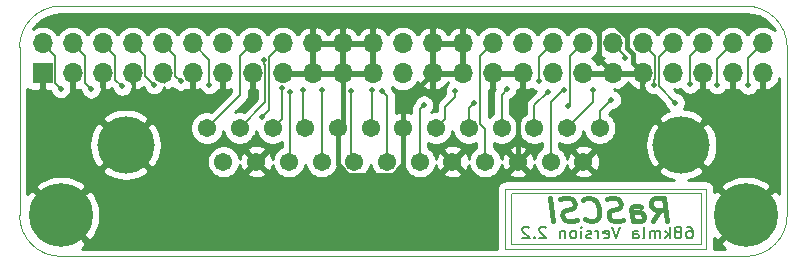
<source format=gbr>
%TF.GenerationSoftware,KiCad,Pcbnew,(5.1.4)-1*%
%TF.CreationDate,2020-08-22T20:00:45-05:00*%
%TF.ProjectId,daisy_chain_board,64616973-795f-4636-9861-696e5f626f61,rev?*%
%TF.SameCoordinates,PX59d60c0PY325aa00*%
%TF.FileFunction,Copper,L2,Bot*%
%TF.FilePolarity,Positive*%
%FSLAX46Y46*%
G04 Gerber Fmt 4.6, Leading zero omitted, Abs format (unit mm)*
G04 Created by KiCad (PCBNEW (5.1.4)-1) date 2020-08-22 20:00:45*
%MOMM*%
%LPD*%
G04 APERTURE LIST*
%TA.AperFunction,NonConductor*%
%ADD10C,0.150000*%
%TD*%
%TA.AperFunction,NonConductor*%
%ADD11C,0.400000*%
%TD*%
%ADD12C,0.120000*%
%TA.AperFunction,NonConductor*%
%ADD13C,0.050000*%
%TD*%
%TA.AperFunction,ComponentPad*%
%ADD14C,4.845000*%
%TD*%
%TA.AperFunction,ComponentPad*%
%ADD15C,1.545000*%
%TD*%
%TA.AperFunction,ComponentPad*%
%ADD16O,1.700000X1.700000*%
%TD*%
%TA.AperFunction,ComponentPad*%
%ADD17R,1.700000X1.700000*%
%TD*%
%TA.AperFunction,ComponentPad*%
%ADD18C,0.800000*%
%TD*%
%TA.AperFunction,ComponentPad*%
%ADD19C,5.400000*%
%TD*%
%TA.AperFunction,ViaPad*%
%ADD20C,0.800000*%
%TD*%
%TA.AperFunction,ViaPad*%
%ADD21C,0.500000*%
%TD*%
%TA.AperFunction,Conductor*%
%ADD22C,0.400000*%
%TD*%
%TA.AperFunction,Conductor*%
%ADD23C,0.200000*%
%TD*%
%TA.AperFunction,Conductor*%
%ADD24C,0.150000*%
%TD*%
%TA.AperFunction,Conductor*%
%ADD25C,0.250000*%
%TD*%
%TA.AperFunction,Conductor*%
%ADD26C,0.254000*%
%TD*%
G04 APERTURE END LIST*
D10*
X136820095Y-43172380D02*
X137010571Y-43172380D01*
X137105809Y-43220000D01*
X137153428Y-43267619D01*
X137248666Y-43410476D01*
X137296285Y-43600952D01*
X137296285Y-43981904D01*
X137248666Y-44077142D01*
X137201047Y-44124761D01*
X137105809Y-44172380D01*
X136915333Y-44172380D01*
X136820095Y-44124761D01*
X136772476Y-44077142D01*
X136724857Y-43981904D01*
X136724857Y-43743809D01*
X136772476Y-43648571D01*
X136820095Y-43600952D01*
X136915333Y-43553333D01*
X137105809Y-43553333D01*
X137201047Y-43600952D01*
X137248666Y-43648571D01*
X137296285Y-43743809D01*
X136153428Y-43600952D02*
X136248666Y-43553333D01*
X136296285Y-43505714D01*
X136343904Y-43410476D01*
X136343904Y-43362857D01*
X136296285Y-43267619D01*
X136248666Y-43220000D01*
X136153428Y-43172380D01*
X135962952Y-43172380D01*
X135867714Y-43220000D01*
X135820095Y-43267619D01*
X135772476Y-43362857D01*
X135772476Y-43410476D01*
X135820095Y-43505714D01*
X135867714Y-43553333D01*
X135962952Y-43600952D01*
X136153428Y-43600952D01*
X136248666Y-43648571D01*
X136296285Y-43696190D01*
X136343904Y-43791428D01*
X136343904Y-43981904D01*
X136296285Y-44077142D01*
X136248666Y-44124761D01*
X136153428Y-44172380D01*
X135962952Y-44172380D01*
X135867714Y-44124761D01*
X135820095Y-44077142D01*
X135772476Y-43981904D01*
X135772476Y-43791428D01*
X135820095Y-43696190D01*
X135867714Y-43648571D01*
X135962952Y-43600952D01*
X135343904Y-44172380D02*
X135343904Y-43172380D01*
X135248666Y-43791428D02*
X134962952Y-44172380D01*
X134962952Y-43505714D02*
X135343904Y-43886666D01*
X134534380Y-44172380D02*
X134534380Y-43505714D01*
X134534380Y-43600952D02*
X134486761Y-43553333D01*
X134391523Y-43505714D01*
X134248666Y-43505714D01*
X134153428Y-43553333D01*
X134105809Y-43648571D01*
X134105809Y-44172380D01*
X134105809Y-43648571D02*
X134058190Y-43553333D01*
X133962952Y-43505714D01*
X133820095Y-43505714D01*
X133724857Y-43553333D01*
X133677238Y-43648571D01*
X133677238Y-44172380D01*
X133058190Y-44172380D02*
X133153428Y-44124761D01*
X133201047Y-44029523D01*
X133201047Y-43172380D01*
X132248666Y-44172380D02*
X132248666Y-43648571D01*
X132296285Y-43553333D01*
X132391523Y-43505714D01*
X132582000Y-43505714D01*
X132677238Y-43553333D01*
X132248666Y-44124761D02*
X132343904Y-44172380D01*
X132582000Y-44172380D01*
X132677238Y-44124761D01*
X132724857Y-44029523D01*
X132724857Y-43934285D01*
X132677238Y-43839047D01*
X132582000Y-43791428D01*
X132343904Y-43791428D01*
X132248666Y-43743809D01*
X131153428Y-43172380D02*
X130820095Y-44172380D01*
X130486761Y-43172380D01*
X129772476Y-44124761D02*
X129867714Y-44172380D01*
X130058190Y-44172380D01*
X130153428Y-44124761D01*
X130201047Y-44029523D01*
X130201047Y-43648571D01*
X130153428Y-43553333D01*
X130058190Y-43505714D01*
X129867714Y-43505714D01*
X129772476Y-43553333D01*
X129724857Y-43648571D01*
X129724857Y-43743809D01*
X130201047Y-43839047D01*
X129296285Y-44172380D02*
X129296285Y-43505714D01*
X129296285Y-43696190D02*
X129248666Y-43600952D01*
X129201047Y-43553333D01*
X129105809Y-43505714D01*
X129010571Y-43505714D01*
X128724857Y-44124761D02*
X128629619Y-44172380D01*
X128439142Y-44172380D01*
X128343904Y-44124761D01*
X128296285Y-44029523D01*
X128296285Y-43981904D01*
X128343904Y-43886666D01*
X128439142Y-43839047D01*
X128582000Y-43839047D01*
X128677238Y-43791428D01*
X128724857Y-43696190D01*
X128724857Y-43648571D01*
X128677238Y-43553333D01*
X128582000Y-43505714D01*
X128439142Y-43505714D01*
X128343904Y-43553333D01*
X127867714Y-44172380D02*
X127867714Y-43505714D01*
X127867714Y-43172380D02*
X127915333Y-43220000D01*
X127867714Y-43267619D01*
X127820095Y-43220000D01*
X127867714Y-43172380D01*
X127867714Y-43267619D01*
X127248666Y-44172380D02*
X127343904Y-44124761D01*
X127391523Y-44077142D01*
X127439142Y-43981904D01*
X127439142Y-43696190D01*
X127391523Y-43600952D01*
X127343904Y-43553333D01*
X127248666Y-43505714D01*
X127105809Y-43505714D01*
X127010571Y-43553333D01*
X126962952Y-43600952D01*
X126915333Y-43696190D01*
X126915333Y-43981904D01*
X126962952Y-44077142D01*
X127010571Y-44124761D01*
X127105809Y-44172380D01*
X127248666Y-44172380D01*
X126486761Y-43505714D02*
X126486761Y-44172380D01*
X126486761Y-43600952D02*
X126439142Y-43553333D01*
X126343904Y-43505714D01*
X126201047Y-43505714D01*
X126105809Y-43553333D01*
X126058190Y-43648571D01*
X126058190Y-44172380D01*
X124867714Y-43267619D02*
X124820095Y-43220000D01*
X124724857Y-43172380D01*
X124486761Y-43172380D01*
X124391523Y-43220000D01*
X124343904Y-43267619D01*
X124296285Y-43362857D01*
X124296285Y-43458095D01*
X124343904Y-43600952D01*
X124915333Y-44172380D01*
X124296285Y-44172380D01*
X123867714Y-44077142D02*
X123820095Y-44124761D01*
X123867714Y-44172380D01*
X123915333Y-44124761D01*
X123867714Y-44077142D01*
X123867714Y-44172380D01*
X123439142Y-43267619D02*
X123391523Y-43220000D01*
X123296285Y-43172380D01*
X123058190Y-43172380D01*
X122962952Y-43220000D01*
X122915333Y-43267619D01*
X122867714Y-43362857D01*
X122867714Y-43458095D01*
X122915333Y-43600952D01*
X123486761Y-44172380D01*
X122867714Y-44172380D01*
D11*
X133956761Y-42719761D02*
X134504380Y-41767380D01*
X135099619Y-42719761D02*
X134849619Y-40719761D01*
X134087714Y-40719761D01*
X133909142Y-40815000D01*
X133825809Y-40910238D01*
X133754380Y-41100714D01*
X133790095Y-41386428D01*
X133909142Y-41576904D01*
X134016285Y-41672142D01*
X134218666Y-41767380D01*
X134980571Y-41767380D01*
X132242476Y-42719761D02*
X132111523Y-41672142D01*
X132182952Y-41481666D01*
X132361523Y-41386428D01*
X132742476Y-41386428D01*
X132944857Y-41481666D01*
X132230571Y-42624523D02*
X132432952Y-42719761D01*
X132909142Y-42719761D01*
X133087714Y-42624523D01*
X133159142Y-42434047D01*
X133135333Y-42243571D01*
X133016285Y-42053095D01*
X132813904Y-41957857D01*
X132337714Y-41957857D01*
X132135333Y-41862619D01*
X131373428Y-42624523D02*
X131099619Y-42719761D01*
X130623428Y-42719761D01*
X130421047Y-42624523D01*
X130313904Y-42529285D01*
X130194857Y-42338809D01*
X130171047Y-42148333D01*
X130242476Y-41957857D01*
X130325809Y-41862619D01*
X130504380Y-41767380D01*
X130873428Y-41672142D01*
X131052000Y-41576904D01*
X131135333Y-41481666D01*
X131206761Y-41291190D01*
X131182952Y-41100714D01*
X131063904Y-40910238D01*
X130956761Y-40815000D01*
X130754380Y-40719761D01*
X130278190Y-40719761D01*
X130004380Y-40815000D01*
X128218666Y-42529285D02*
X128325809Y-42624523D01*
X128623428Y-42719761D01*
X128813904Y-42719761D01*
X129087714Y-42624523D01*
X129254380Y-42434047D01*
X129325809Y-42243571D01*
X129373428Y-41862619D01*
X129337714Y-41576904D01*
X129194857Y-41195952D01*
X129075809Y-41005476D01*
X128861523Y-40815000D01*
X128563904Y-40719761D01*
X128373428Y-40719761D01*
X128099619Y-40815000D01*
X128016285Y-40910238D01*
X127468666Y-42624523D02*
X127194857Y-42719761D01*
X126718666Y-42719761D01*
X126516285Y-42624523D01*
X126409142Y-42529285D01*
X126290095Y-42338809D01*
X126266285Y-42148333D01*
X126337714Y-41957857D01*
X126421047Y-41862619D01*
X126599619Y-41767380D01*
X126968666Y-41672142D01*
X127147238Y-41576904D01*
X127230571Y-41481666D01*
X127302000Y-41291190D01*
X127278190Y-41100714D01*
X127159142Y-40910238D01*
X127052000Y-40815000D01*
X126849619Y-40719761D01*
X126373428Y-40719761D01*
X126099619Y-40815000D01*
X125480571Y-42719761D02*
X125230571Y-40719761D01*
D12*
X121994000Y-40342000D02*
X137996000Y-40342000D01*
X121930500Y-44660000D02*
X121930500Y-40405500D01*
X137996000Y-40342000D02*
X137996000Y-44660000D01*
X137996000Y-44660000D02*
X121930500Y-44660000D01*
X121422500Y-39961000D02*
X121422500Y-45041000D01*
X138440500Y-45041000D02*
X121422500Y-45041000D01*
X138377000Y-39961000D02*
X121422500Y-39961000D01*
X138440500Y-45041000D02*
X138440500Y-39961000D01*
D13*
X83800000Y-45696000D02*
X141800000Y-45696000D01*
X83800000Y-45696000D02*
G75*
G02X80300000Y-42196000I0J3500000D01*
G01*
X145300000Y-42196000D02*
G75*
G02X141800000Y-45696000I-3500000J0D01*
G01*
X80300000Y-27998000D02*
X80300000Y-42196000D01*
X145300000Y-27998000D02*
X145300000Y-42196000D01*
X83800000Y-24498000D02*
X141800000Y-24498000D01*
X80300000Y-27998000D02*
G75*
G02X83800000Y-24498000I3500000J0D01*
G01*
X141800000Y-24498000D02*
G75*
G02X145300000Y-27998000I0J-3500000D01*
G01*
D14*
%TO.P,J8,MH2*%
%TO.N,GND*%
X89281600Y-36250000D03*
%TO.P,J8,MH1*%
X136321600Y-36250000D03*
D15*
%TO.P,J8,25*%
%TO.N,TERMPOW*%
X97566600Y-37670000D03*
%TO.P,J8,24*%
%TO.N,GND*%
X100336600Y-37670000D03*
%TO.P,J8,23*%
%TO.N,C-D4*%
X103106600Y-37670000D03*
%TO.P,J8,22*%
%TO.N,C-D2*%
X105876600Y-37670000D03*
%TO.P,J8,21*%
%TO.N,C-D1*%
X108646600Y-37670000D03*
%TO.P,J8,20*%
%TO.N,C-DP*%
X111416600Y-37670000D03*
%TO.P,J8,19*%
%TO.N,C-SEL*%
X114186600Y-37670000D03*
%TO.P,J8,18*%
%TO.N,GND*%
X116956600Y-37670000D03*
%TO.P,J8,17*%
%TO.N,C-ATN*%
X119726600Y-37670000D03*
%TO.P,J8,16*%
%TO.N,GND*%
X122496600Y-37670000D03*
%TO.P,J8,15*%
%TO.N,C-C_D*%
X125266600Y-37670000D03*
%TO.P,J8,14*%
%TO.N,GND*%
X128036600Y-37670000D03*
%TO.P,J8,13*%
%TO.N,C-D7*%
X96181600Y-34830000D03*
%TO.P,J8,12*%
%TO.N,C-D6*%
X98951600Y-34830000D03*
%TO.P,J8,11*%
%TO.N,C-D5*%
X101721600Y-34830000D03*
%TO.P,J8,10*%
%TO.N,C-D3*%
X104491600Y-34830000D03*
%TO.P,J8,9*%
%TO.N,GND*%
X107261600Y-34830000D03*
%TO.P,J8,8*%
%TO.N,C-D0*%
X110031600Y-34830000D03*
%TO.P,J8,7*%
%TO.N,GND*%
X112801600Y-34830000D03*
%TO.P,J8,6*%
%TO.N,C-BSY*%
X115571600Y-34830000D03*
%TO.P,J8,5*%
%TO.N,C-ACK*%
X118341600Y-34830000D03*
%TO.P,J8,4*%
%TO.N,C-RST*%
X121111600Y-34830000D03*
%TO.P,J8,3*%
%TO.N,C-I_O*%
X123881600Y-34830000D03*
%TO.P,J8,2*%
%TO.N,C-MSG*%
X126651600Y-34830000D03*
%TO.P,J8,1*%
%TO.N,C-REQ*%
X129421600Y-34830000D03*
%TD*%
D16*
%TO.P,J7,50*%
%TO.N,C-I_O*%
X143226500Y-27654500D03*
%TO.P,J7,49*%
%TO.N,GND*%
X143226500Y-30194500D03*
%TO.P,J7,48*%
%TO.N,C-REQ*%
X140686500Y-27654500D03*
%TO.P,J7,47*%
%TO.N,GND*%
X140686500Y-30194500D03*
%TO.P,J7,46*%
%TO.N,C-C_D*%
X138146500Y-27654500D03*
%TO.P,J7,45*%
%TO.N,GND*%
X138146500Y-30194500D03*
%TO.P,J7,44*%
%TO.N,C-SEL*%
X135606500Y-27654500D03*
%TO.P,J7,43*%
%TO.N,GND*%
X135606500Y-30194500D03*
%TO.P,J7,42*%
%TO.N,C-MSG*%
X133066500Y-27654500D03*
%TO.P,J7,41*%
%TO.N,GND*%
X133066500Y-30194500D03*
%TO.P,J7,40*%
%TO.N,C-RST*%
X130526500Y-27654500D03*
%TO.P,J7,39*%
%TO.N,GND*%
X130526500Y-30194500D03*
%TO.P,J7,38*%
%TO.N,C-ACK*%
X127986500Y-27654500D03*
%TO.P,J7,37*%
%TO.N,GND*%
X127986500Y-30194500D03*
%TO.P,J7,36*%
%TO.N,C-BSY*%
X125446500Y-27654500D03*
%TO.P,J7,35*%
%TO.N,GND*%
X125446500Y-30194500D03*
%TO.P,J7,34*%
%TO.N,Net-(J7-Pad34)*%
X122906500Y-27654500D03*
%TO.P,J7,33*%
%TO.N,GND*%
X122906500Y-30194500D03*
%TO.P,J7,32*%
%TO.N,C-ATN*%
X120366500Y-27654500D03*
%TO.P,J7,31*%
%TO.N,GND*%
X120366500Y-30194500D03*
%TO.P,J7,30*%
X117826500Y-27654500D03*
%TO.P,J7,29*%
X117826500Y-30194500D03*
%TO.P,J7,28*%
X115286500Y-27654500D03*
%TO.P,J7,27*%
X115286500Y-30194500D03*
%TO.P,J7,26*%
%TO.N,TERMPOW*%
X112746500Y-27654500D03*
%TO.P,J7,25*%
%TO.N,Net-(J7-Pad25)*%
X112746500Y-30194500D03*
%TO.P,J7,24*%
%TO.N,GND*%
X110206500Y-27654500D03*
%TO.P,J7,23*%
X110206500Y-30194500D03*
%TO.P,J7,22*%
X107666500Y-27654500D03*
%TO.P,J7,21*%
X107666500Y-30194500D03*
%TO.P,J7,20*%
X105126500Y-27654500D03*
%TO.P,J7,19*%
X105126500Y-30194500D03*
%TO.P,J7,18*%
%TO.N,C-DP*%
X102586500Y-27654500D03*
%TO.P,J7,17*%
%TO.N,GND*%
X102586500Y-30194500D03*
%TO.P,J7,16*%
%TO.N,C-D7*%
X100046500Y-27654500D03*
%TO.P,J7,15*%
%TO.N,GND*%
X100046500Y-30194500D03*
%TO.P,J7,14*%
%TO.N,C-D6*%
X97506500Y-27654500D03*
%TO.P,J7,13*%
%TO.N,GND*%
X97506500Y-30194500D03*
%TO.P,J7,12*%
%TO.N,C-D5*%
X94966500Y-27654500D03*
%TO.P,J7,11*%
%TO.N,GND*%
X94966500Y-30194500D03*
%TO.P,J7,10*%
%TO.N,C-D4*%
X92426500Y-27654500D03*
%TO.P,J7,9*%
%TO.N,GND*%
X92426500Y-30194500D03*
%TO.P,J7,8*%
%TO.N,C-D3*%
X89886500Y-27654500D03*
%TO.P,J7,7*%
%TO.N,GND*%
X89886500Y-30194500D03*
%TO.P,J7,6*%
%TO.N,C-D2*%
X87346500Y-27654500D03*
%TO.P,J7,5*%
%TO.N,GND*%
X87346500Y-30194500D03*
%TO.P,J7,4*%
%TO.N,C-D1*%
X84806500Y-27654500D03*
%TO.P,J7,3*%
%TO.N,GND*%
X84806500Y-30194500D03*
%TO.P,J7,2*%
%TO.N,C-D0*%
X82266500Y-27654500D03*
D17*
%TO.P,J7,1*%
%TO.N,GND*%
X82266500Y-30194500D03*
%TD*%
D18*
%TO.P,H6,1*%
%TO.N,GND*%
X143231891Y-40768109D03*
X141800000Y-40175000D03*
X140368109Y-40768109D03*
X139775000Y-42200000D03*
X140368109Y-43631891D03*
X141800000Y-44225000D03*
X143231891Y-43631891D03*
X143825000Y-42200000D03*
D19*
X141800000Y-42200000D03*
%TD*%
D18*
%TO.P,H5,1*%
%TO.N,GND*%
X85231891Y-40768109D03*
X83800000Y-40175000D03*
X82368109Y-40768109D03*
X81775000Y-42200000D03*
X82368109Y-43631891D03*
X83800000Y-44225000D03*
X85231891Y-43631891D03*
X85825000Y-42200000D03*
D19*
X83800000Y-42200000D03*
%TD*%
D20*
%TO.N,GND*%
X100364000Y-35719000D03*
D21*
%TO.N,C-REQ*%
X139350000Y-31150000D03*
X130419308Y-32414713D03*
%TO.N,C-MSG*%
X133993502Y-31150000D03*
X128817950Y-31630159D03*
%TO.N,C-BSY*%
X124270000Y-30872990D03*
X117187010Y-31684832D03*
%TO.N,C-SEL*%
X114530000Y-32870000D03*
X135828947Y-32665648D03*
%TO.N,C-RST*%
X121540000Y-31560000D03*
X131560000Y-28920000D03*
%TO.N,C-ACK*%
X126730000Y-32950000D03*
X118812489Y-32689064D03*
%TO.N,C-DP*%
X100860000Y-33850000D03*
X110992489Y-31685265D03*
%TO.N,C-D0*%
X83780000Y-31480000D03*
X110120000Y-31630000D03*
%TO.N,C-D1*%
X86370000Y-31530000D03*
X108350000Y-31680000D03*
%TO.N,C-D2*%
X105950000Y-31630000D03*
X89002424Y-31302989D03*
%TO.N,C-D3*%
X104280000Y-31580000D03*
X91693529Y-31178968D03*
%TO.N,C-D4*%
X103220000Y-31750000D03*
X93930504Y-30851957D03*
%TO.N,C-D5*%
X96380000Y-31150000D03*
X102510000Y-31434946D03*
%TO.N,C-D6*%
X100973502Y-29027449D03*
%TO.N,C-I_O*%
X142000000Y-31220000D03*
X125036247Y-31748511D03*
%TO.N,C-C_D*%
X137054940Y-31121502D03*
X126371042Y-31585360D03*
%TD*%
D22*
%TO.N,GND*%
X107666500Y-34425100D02*
X107261600Y-34830000D01*
X107666500Y-30194500D02*
X107666500Y-34425100D01*
X112801600Y-37912262D02*
X112801600Y-34830000D01*
X111944361Y-38769501D02*
X112801600Y-37912262D01*
X108118839Y-38769501D02*
X111944361Y-38769501D01*
X107261600Y-37912262D02*
X108118839Y-38769501D01*
X107261600Y-34830000D02*
X107261600Y-37912262D01*
X112801600Y-32679400D02*
X112801600Y-34830000D01*
X115286500Y-30194500D02*
X112801600Y-32679400D01*
X122496600Y-31806481D02*
X122496600Y-37670000D01*
X122906500Y-31396581D02*
X122496600Y-31806481D01*
X122906500Y-30194500D02*
X122906500Y-31396581D01*
X129340000Y-25640000D02*
X126750000Y-25640000D01*
X131703501Y-27089539D02*
X130253962Y-25640000D01*
X131703501Y-28033463D02*
X131703501Y-27089539D01*
X132216501Y-28546463D02*
X131703501Y-28033463D01*
X132216501Y-29344501D02*
X132216501Y-28546463D01*
X133066500Y-30194500D02*
X132216501Y-29344501D01*
X129349499Y-25649499D02*
X129340000Y-25640000D01*
X129349499Y-29017499D02*
X129349499Y-25649499D01*
X130526500Y-30194500D02*
X129349499Y-29017499D01*
X130253962Y-25640000D02*
X129340000Y-25640000D01*
X122815538Y-26003500D02*
X123732000Y-26003500D01*
D23*
%TO.N,C-REQ*%
X139350000Y-28991000D02*
X140686500Y-27654500D01*
X139350000Y-31150000D02*
X139350000Y-28991000D01*
X129421600Y-34830000D02*
X129421600Y-33412421D01*
X129421600Y-33412421D02*
X130419308Y-32414713D01*
%TO.N,C-MSG*%
X133993502Y-30796447D02*
X133993502Y-31150000D01*
X133066500Y-27654500D02*
X134143501Y-28731501D01*
X134143501Y-30646448D02*
X133993502Y-30796447D01*
X134143501Y-28731501D02*
X134143501Y-30646448D01*
X126651600Y-34830000D02*
X128817950Y-32663650D01*
X128817950Y-32663650D02*
X128817950Y-31630159D01*
%TO.N,C-BSY*%
X124270000Y-28831000D02*
X124270000Y-30872990D01*
X125446500Y-27654500D02*
X124270000Y-28831000D01*
X117187010Y-32191212D02*
X117187010Y-31684832D01*
X116344099Y-34057501D02*
X116344099Y-33034123D01*
X116344099Y-33034123D02*
X117187010Y-32191212D01*
X115571600Y-34830000D02*
X116344099Y-34057501D01*
%TO.N,C-SEL*%
X114186600Y-33213400D02*
X114186600Y-37670000D01*
X114530000Y-32870000D02*
X114186600Y-33213400D01*
X134470512Y-31307213D02*
X135828947Y-32665648D01*
X135606500Y-27654500D02*
X134470512Y-28790488D01*
X134470512Y-28790488D02*
X134470512Y-31307213D01*
%TO.N,C-RST*%
X121111600Y-31988400D02*
X121540000Y-31560000D01*
X121111600Y-34830000D02*
X121111600Y-31988400D01*
D24*
X131560000Y-28688000D02*
X131560000Y-28920000D01*
X130526500Y-27654500D02*
X131560000Y-28688000D01*
D23*
%TO.N,C-ACK*%
X126909499Y-28731501D02*
X126909499Y-32770501D01*
X126909499Y-32770501D02*
X126730000Y-32950000D01*
X127986500Y-27654500D02*
X126909499Y-28731501D01*
X118341600Y-33159953D02*
X118812489Y-32689064D01*
X118341600Y-34830000D02*
X118341600Y-33159953D01*
%TO.N,C-ATN*%
X119726600Y-34924262D02*
X119726600Y-37670000D01*
X119289499Y-34487161D02*
X119726600Y-34924262D01*
X119289499Y-28731501D02*
X119289499Y-34487161D01*
X120366500Y-27654500D02*
X119289499Y-28731501D01*
%TO.N,C-DP*%
X101450512Y-28790488D02*
X102586500Y-27654500D01*
X101450512Y-33259488D02*
X101450512Y-28790488D01*
X100860000Y-33850000D02*
X101450512Y-33259488D01*
X111416600Y-32109376D02*
X111242488Y-31935264D01*
X111416600Y-37670000D02*
X111416600Y-32109376D01*
X111242488Y-31935264D02*
X110992489Y-31685265D01*
%TO.N,C-D0*%
X83343501Y-31043501D02*
X83780000Y-31480000D01*
X82266500Y-27654500D02*
X83343501Y-28731501D01*
X83343501Y-28731501D02*
X83343501Y-31043501D01*
X110120000Y-34741600D02*
X110031600Y-34830000D01*
X110120000Y-31630000D02*
X110120000Y-34741600D01*
%TO.N,C-D1*%
X85883501Y-31043501D02*
X86370000Y-31530000D01*
X84806500Y-27654500D02*
X85883501Y-28731501D01*
X85883501Y-28731501D02*
X85883501Y-31043501D01*
X108350000Y-37373400D02*
X108646600Y-37670000D01*
X108350000Y-31680000D02*
X108350000Y-37373400D01*
%TO.N,C-D2*%
X105950000Y-37596600D02*
X105876600Y-37670000D01*
X105950000Y-31630000D02*
X105950000Y-37596600D01*
X88423501Y-30724066D02*
X89002424Y-31302989D01*
X88423501Y-28731501D02*
X88423501Y-30724066D01*
X87346500Y-27654500D02*
X88423501Y-28731501D01*
%TO.N,C-D3*%
X104280000Y-34618400D02*
X104491600Y-34830000D01*
X104280000Y-31580000D02*
X104280000Y-34618400D01*
X90963501Y-28731501D02*
X90963501Y-30448940D01*
X89886500Y-27654500D02*
X90963501Y-28731501D01*
X90963501Y-30448940D02*
X91693529Y-31178968D01*
%TO.N,C-D4*%
X103220000Y-37556600D02*
X103106600Y-37670000D01*
X103220000Y-31750000D02*
X103220000Y-37556600D01*
X93503501Y-28731501D02*
X93503501Y-30424954D01*
X93503501Y-30424954D02*
X93930504Y-30851957D01*
X92426500Y-27654500D02*
X93503501Y-28731501D01*
D25*
%TO.N,C-D5*%
X94585500Y-27273500D02*
X94966500Y-27654500D01*
D23*
X94966500Y-27654500D02*
X96380000Y-29068000D01*
X96380000Y-29068000D02*
X96380000Y-31150000D01*
X102510000Y-34041600D02*
X102510000Y-31434946D01*
X101721600Y-34830000D02*
X102510000Y-34041600D01*
%TO.N,C-D6*%
X98951600Y-34830000D02*
X101123501Y-32658099D01*
X101123501Y-29531001D02*
X100973502Y-29381002D01*
X101123501Y-32658099D02*
X101123501Y-29531001D01*
X100973502Y-29381002D02*
X100973502Y-29027449D01*
%TO.N,C-D7*%
X98969499Y-32042101D02*
X96181600Y-34830000D01*
X98969499Y-28731501D02*
X98969499Y-32042101D01*
X100046500Y-27654500D02*
X98969499Y-28731501D01*
%TO.N,C-I_O*%
X142000000Y-28881000D02*
X143226500Y-27654500D01*
X142000000Y-31220000D02*
X142000000Y-28881000D01*
X123881600Y-34830000D02*
X123881600Y-32903158D01*
X123881600Y-32903158D02*
X125036247Y-31748511D01*
%TO.N,C-C_D*%
X137054940Y-28746060D02*
X137054940Y-31121502D01*
X138146500Y-27654500D02*
X137054940Y-28746060D01*
X125266600Y-32604208D02*
X126301830Y-31568978D01*
X126301830Y-31568978D02*
X126354660Y-31568978D01*
X125266600Y-37670000D02*
X125266600Y-32604208D01*
X126354660Y-31568978D02*
X126371042Y-31585360D01*
%TD*%
D26*
%TO.N,GND*%
G36*
X82393500Y-30067500D02*
G01*
X82413500Y-30067500D01*
X82413500Y-30321500D01*
X82393500Y-30321500D01*
X82393500Y-31520750D01*
X82552250Y-31679500D01*
X82917741Y-31681490D01*
X82929010Y-31738145D01*
X82995723Y-31899205D01*
X83092576Y-32044155D01*
X83215845Y-32167424D01*
X83360795Y-32264277D01*
X83521855Y-32330990D01*
X83692835Y-32365000D01*
X83867165Y-32365000D01*
X84038145Y-32330990D01*
X84199205Y-32264277D01*
X84344155Y-32167424D01*
X84467424Y-32044155D01*
X84564277Y-31899205D01*
X84630990Y-31738145D01*
X84665000Y-31567165D01*
X84665000Y-31522307D01*
X84679500Y-31514655D01*
X84679500Y-30321500D01*
X84659500Y-30321500D01*
X84659500Y-30067500D01*
X84679500Y-30067500D01*
X84679500Y-30047500D01*
X84933500Y-30047500D01*
X84933500Y-30067500D01*
X84953500Y-30067500D01*
X84953500Y-30321500D01*
X84933500Y-30321500D01*
X84933500Y-31514655D01*
X85163390Y-31635976D01*
X85310599Y-31591325D01*
X85362385Y-31566659D01*
X85389309Y-31588755D01*
X85501706Y-31701152D01*
X85519010Y-31788145D01*
X85585723Y-31949205D01*
X85682576Y-32094155D01*
X85805845Y-32217424D01*
X85950795Y-32314277D01*
X86111855Y-32380990D01*
X86282835Y-32415000D01*
X86457165Y-32415000D01*
X86628145Y-32380990D01*
X86789205Y-32314277D01*
X86934155Y-32217424D01*
X87057424Y-32094155D01*
X87154277Y-31949205D01*
X87220990Y-31788145D01*
X87255000Y-31617165D01*
X87255000Y-31442835D01*
X87220990Y-31271855D01*
X87219500Y-31268258D01*
X87219500Y-30321500D01*
X87199500Y-30321500D01*
X87199500Y-30067500D01*
X87219500Y-30067500D01*
X87219500Y-30047500D01*
X87473500Y-30047500D01*
X87473500Y-30067500D01*
X87493500Y-30067500D01*
X87493500Y-30321500D01*
X87473500Y-30321500D01*
X87473500Y-31514655D01*
X87703390Y-31635976D01*
X87850599Y-31591325D01*
X88113420Y-31466141D01*
X88120700Y-31460711D01*
X88134130Y-31474142D01*
X88151434Y-31561134D01*
X88218147Y-31722194D01*
X88315000Y-31867144D01*
X88438269Y-31990413D01*
X88583219Y-32087266D01*
X88744279Y-32153979D01*
X88915259Y-32187989D01*
X89089589Y-32187989D01*
X89260569Y-32153979D01*
X89421629Y-32087266D01*
X89566579Y-31990413D01*
X89689848Y-31867144D01*
X89786701Y-31722194D01*
X89853414Y-31561134D01*
X89887424Y-31390154D01*
X89887424Y-31215824D01*
X89853414Y-31044844D01*
X89786701Y-30883784D01*
X89759500Y-30843075D01*
X89759500Y-30321500D01*
X89739500Y-30321500D01*
X89739500Y-30067500D01*
X89759500Y-30067500D01*
X89759500Y-30047500D01*
X90013500Y-30047500D01*
X90013500Y-30067500D01*
X90033500Y-30067500D01*
X90033500Y-30321500D01*
X90013500Y-30321500D01*
X90013500Y-31514655D01*
X90243390Y-31635976D01*
X90390599Y-31591325D01*
X90653420Y-31466141D01*
X90818284Y-31343170D01*
X90825235Y-31350121D01*
X90842539Y-31437113D01*
X90909252Y-31598173D01*
X91006105Y-31743123D01*
X91129374Y-31866392D01*
X91274324Y-31963245D01*
X91435384Y-32029958D01*
X91606364Y-32063968D01*
X91780694Y-32063968D01*
X91951674Y-32029958D01*
X92112734Y-31963245D01*
X92257684Y-31866392D01*
X92380953Y-31743123D01*
X92477806Y-31598173D01*
X92544519Y-31437113D01*
X92553500Y-31391962D01*
X92553500Y-31514655D01*
X92783390Y-31635976D01*
X92930599Y-31591325D01*
X93193420Y-31466141D01*
X93250519Y-31423551D01*
X93366349Y-31539381D01*
X93511299Y-31636234D01*
X93672359Y-31702947D01*
X93843339Y-31736957D01*
X94017669Y-31736957D01*
X94188649Y-31702947D01*
X94349709Y-31636234D01*
X94435848Y-31578678D01*
X94462401Y-31591325D01*
X94609610Y-31635976D01*
X94839500Y-31514655D01*
X94839500Y-30321500D01*
X94819500Y-30321500D01*
X94819500Y-30067500D01*
X94839500Y-30067500D01*
X94839500Y-30047500D01*
X95093500Y-30047500D01*
X95093500Y-30067500D01*
X95113500Y-30067500D01*
X95113500Y-30321500D01*
X95093500Y-30321500D01*
X95093500Y-31514655D01*
X95323390Y-31635976D01*
X95470599Y-31591325D01*
X95582757Y-31537903D01*
X95595723Y-31569205D01*
X95692576Y-31714155D01*
X95815845Y-31837424D01*
X95960795Y-31934277D01*
X96121855Y-32000990D01*
X96292835Y-32035000D01*
X96467165Y-32035000D01*
X96638145Y-32000990D01*
X96799205Y-31934277D01*
X96944155Y-31837424D01*
X97067424Y-31714155D01*
X97124709Y-31628423D01*
X97149610Y-31635976D01*
X97379500Y-31514655D01*
X97379500Y-30321500D01*
X97359500Y-30321500D01*
X97359500Y-30067500D01*
X97379500Y-30067500D01*
X97379500Y-30047500D01*
X97633500Y-30047500D01*
X97633500Y-30067500D01*
X97653500Y-30067500D01*
X97653500Y-30321500D01*
X97633500Y-30321500D01*
X97633500Y-31514655D01*
X97863390Y-31635976D01*
X98010599Y-31591325D01*
X98234500Y-31484679D01*
X98234500Y-31737653D01*
X96511589Y-33460565D01*
X96320227Y-33422500D01*
X96042973Y-33422500D01*
X95771047Y-33476590D01*
X95514899Y-33582690D01*
X95284371Y-33736724D01*
X95088324Y-33932771D01*
X94934290Y-34163299D01*
X94828190Y-34419447D01*
X94774100Y-34691373D01*
X94774100Y-34968627D01*
X94828190Y-35240553D01*
X94934290Y-35496701D01*
X95088324Y-35727229D01*
X95284371Y-35923276D01*
X95514899Y-36077310D01*
X95771047Y-36183410D01*
X96042973Y-36237500D01*
X96320227Y-36237500D01*
X96592153Y-36183410D01*
X96848301Y-36077310D01*
X97078829Y-35923276D01*
X97274876Y-35727229D01*
X97428910Y-35496701D01*
X97535010Y-35240553D01*
X97566600Y-35081741D01*
X97598190Y-35240553D01*
X97704290Y-35496701D01*
X97858324Y-35727229D01*
X98054371Y-35923276D01*
X98284899Y-36077310D01*
X98541047Y-36183410D01*
X98812973Y-36237500D01*
X99090227Y-36237500D01*
X99362153Y-36183410D01*
X99618301Y-36077310D01*
X99848829Y-35923276D01*
X100044876Y-35727229D01*
X100198910Y-35496701D01*
X100305010Y-35240553D01*
X100336600Y-35081741D01*
X100368190Y-35240553D01*
X100474290Y-35496701D01*
X100628324Y-35727229D01*
X100824371Y-35923276D01*
X101054899Y-36077310D01*
X101311047Y-36183410D01*
X101582973Y-36237500D01*
X101860227Y-36237500D01*
X102132153Y-36183410D01*
X102388301Y-36077310D01*
X102485001Y-36012697D01*
X102485001Y-36404008D01*
X102439899Y-36422690D01*
X102209371Y-36576724D01*
X102013324Y-36772771D01*
X101859290Y-37003299D01*
X101753190Y-37259447D01*
X101721878Y-37416862D01*
X101707987Y-37324212D01*
X101614176Y-37063312D01*
X101550827Y-36944793D01*
X101309664Y-36876541D01*
X100516205Y-37670000D01*
X101309664Y-38463459D01*
X101550827Y-38395207D01*
X101668977Y-38144389D01*
X101722834Y-37927946D01*
X101753190Y-38080553D01*
X101859290Y-38336701D01*
X102013324Y-38567229D01*
X102209371Y-38763276D01*
X102439899Y-38917310D01*
X102696047Y-39023410D01*
X102967973Y-39077500D01*
X103245227Y-39077500D01*
X103517153Y-39023410D01*
X103773301Y-38917310D01*
X104003829Y-38763276D01*
X104199876Y-38567229D01*
X104353910Y-38336701D01*
X104460010Y-38080553D01*
X104491600Y-37921741D01*
X104523190Y-38080553D01*
X104629290Y-38336701D01*
X104783324Y-38567229D01*
X104979371Y-38763276D01*
X105209899Y-38917310D01*
X105466047Y-39023410D01*
X105737973Y-39077500D01*
X106015227Y-39077500D01*
X106287153Y-39023410D01*
X106543301Y-38917310D01*
X106773829Y-38763276D01*
X106969876Y-38567229D01*
X107123910Y-38336701D01*
X107230010Y-38080553D01*
X107261600Y-37921741D01*
X107293190Y-38080553D01*
X107399290Y-38336701D01*
X107553324Y-38567229D01*
X107749371Y-38763276D01*
X107979899Y-38917310D01*
X108236047Y-39023410D01*
X108507973Y-39077500D01*
X108785227Y-39077500D01*
X109057153Y-39023410D01*
X109313301Y-38917310D01*
X109543829Y-38763276D01*
X109739876Y-38567229D01*
X109893910Y-38336701D01*
X110000010Y-38080553D01*
X110031600Y-37921741D01*
X110063190Y-38080553D01*
X110169290Y-38336701D01*
X110323324Y-38567229D01*
X110519371Y-38763276D01*
X110749899Y-38917310D01*
X111006047Y-39023410D01*
X111277973Y-39077500D01*
X111555227Y-39077500D01*
X111827153Y-39023410D01*
X112083301Y-38917310D01*
X112313829Y-38763276D01*
X112509876Y-38567229D01*
X112663910Y-38336701D01*
X112770010Y-38080553D01*
X112801600Y-37921741D01*
X112833190Y-38080553D01*
X112939290Y-38336701D01*
X113093324Y-38567229D01*
X113289371Y-38763276D01*
X113519899Y-38917310D01*
X113776047Y-39023410D01*
X114047973Y-39077500D01*
X114325227Y-39077500D01*
X114597153Y-39023410D01*
X114853301Y-38917310D01*
X115083829Y-38763276D01*
X115204041Y-38643064D01*
X116163141Y-38643064D01*
X116231393Y-38884227D01*
X116482211Y-39002377D01*
X116751260Y-39069324D01*
X117028200Y-39082496D01*
X117302388Y-39041387D01*
X117563288Y-38947576D01*
X117681807Y-38884227D01*
X117750059Y-38643064D01*
X116956600Y-37849605D01*
X116163141Y-38643064D01*
X115204041Y-38643064D01*
X115279876Y-38567229D01*
X115433910Y-38336701D01*
X115540010Y-38080553D01*
X115571322Y-37923138D01*
X115585213Y-38015788D01*
X115679024Y-38276688D01*
X115742373Y-38395207D01*
X115983536Y-38463459D01*
X116776995Y-37670000D01*
X115983536Y-36876541D01*
X115742373Y-36944793D01*
X115624223Y-37195611D01*
X115570366Y-37412054D01*
X115540010Y-37259447D01*
X115433910Y-37003299D01*
X115279876Y-36772771D01*
X115204041Y-36696936D01*
X116163141Y-36696936D01*
X116956600Y-37490395D01*
X117750059Y-36696936D01*
X117681807Y-36455773D01*
X117430989Y-36337623D01*
X117161940Y-36270676D01*
X116885000Y-36257504D01*
X116610812Y-36298613D01*
X116349912Y-36392424D01*
X116231393Y-36455773D01*
X116163141Y-36696936D01*
X115204041Y-36696936D01*
X115083829Y-36576724D01*
X114921600Y-36468326D01*
X114921600Y-36084228D01*
X115161047Y-36183410D01*
X115432973Y-36237500D01*
X115710227Y-36237500D01*
X115982153Y-36183410D01*
X116238301Y-36077310D01*
X116468829Y-35923276D01*
X116664876Y-35727229D01*
X116818910Y-35496701D01*
X116925010Y-35240553D01*
X116956600Y-35081741D01*
X116988190Y-35240553D01*
X117094290Y-35496701D01*
X117248324Y-35727229D01*
X117444371Y-35923276D01*
X117674899Y-36077310D01*
X117931047Y-36183410D01*
X118202973Y-36237500D01*
X118480227Y-36237500D01*
X118752153Y-36183410D01*
X118991600Y-36084228D01*
X118991601Y-36468326D01*
X118829371Y-36576724D01*
X118633324Y-36772771D01*
X118479290Y-37003299D01*
X118373190Y-37259447D01*
X118341878Y-37416862D01*
X118327987Y-37324212D01*
X118234176Y-37063312D01*
X118170827Y-36944793D01*
X117929664Y-36876541D01*
X117136205Y-37670000D01*
X117929664Y-38463459D01*
X118170827Y-38395207D01*
X118288977Y-38144389D01*
X118342834Y-37927946D01*
X118373190Y-38080553D01*
X118479290Y-38336701D01*
X118633324Y-38567229D01*
X118829371Y-38763276D01*
X119059899Y-38917310D01*
X119316047Y-39023410D01*
X119587973Y-39077500D01*
X119865227Y-39077500D01*
X120137153Y-39023410D01*
X120393301Y-38917310D01*
X120623829Y-38763276D01*
X120744041Y-38643064D01*
X121703141Y-38643064D01*
X121771393Y-38884227D01*
X122022211Y-39002377D01*
X122291260Y-39069324D01*
X122568200Y-39082496D01*
X122842388Y-39041387D01*
X123103288Y-38947576D01*
X123221807Y-38884227D01*
X123290059Y-38643064D01*
X122496600Y-37849605D01*
X121703141Y-38643064D01*
X120744041Y-38643064D01*
X120819876Y-38567229D01*
X120973910Y-38336701D01*
X121080010Y-38080553D01*
X121111322Y-37923138D01*
X121125213Y-38015788D01*
X121219024Y-38276688D01*
X121282373Y-38395207D01*
X121523536Y-38463459D01*
X122316995Y-37670000D01*
X121523536Y-36876541D01*
X121282373Y-36944793D01*
X121164223Y-37195611D01*
X121110366Y-37412054D01*
X121080010Y-37259447D01*
X120973910Y-37003299D01*
X120819876Y-36772771D01*
X120744041Y-36696936D01*
X121703141Y-36696936D01*
X122496600Y-37490395D01*
X123290059Y-36696936D01*
X123221807Y-36455773D01*
X122970989Y-36337623D01*
X122701940Y-36270676D01*
X122425000Y-36257504D01*
X122150812Y-36298613D01*
X121889912Y-36392424D01*
X121771393Y-36455773D01*
X121703141Y-36696936D01*
X120744041Y-36696936D01*
X120623829Y-36576724D01*
X120461600Y-36468326D01*
X120461600Y-36084228D01*
X120701047Y-36183410D01*
X120972973Y-36237500D01*
X121250227Y-36237500D01*
X121522153Y-36183410D01*
X121778301Y-36077310D01*
X122008829Y-35923276D01*
X122204876Y-35727229D01*
X122358910Y-35496701D01*
X122465010Y-35240553D01*
X122496600Y-35081741D01*
X122528190Y-35240553D01*
X122634290Y-35496701D01*
X122788324Y-35727229D01*
X122984371Y-35923276D01*
X123214899Y-36077310D01*
X123471047Y-36183410D01*
X123742973Y-36237500D01*
X124020227Y-36237500D01*
X124292153Y-36183410D01*
X124531600Y-36084228D01*
X124531600Y-36468326D01*
X124369371Y-36576724D01*
X124173324Y-36772771D01*
X124019290Y-37003299D01*
X123913190Y-37259447D01*
X123881878Y-37416862D01*
X123867987Y-37324212D01*
X123774176Y-37063312D01*
X123710827Y-36944793D01*
X123469664Y-36876541D01*
X122676205Y-37670000D01*
X123469664Y-38463459D01*
X123710827Y-38395207D01*
X123828977Y-38144389D01*
X123882834Y-37927946D01*
X123913190Y-38080553D01*
X124019290Y-38336701D01*
X124173324Y-38567229D01*
X124369371Y-38763276D01*
X124599899Y-38917310D01*
X124856047Y-39023410D01*
X125127973Y-39077500D01*
X125405227Y-39077500D01*
X125677153Y-39023410D01*
X125933301Y-38917310D01*
X126163829Y-38763276D01*
X126284041Y-38643064D01*
X127243141Y-38643064D01*
X127311393Y-38884227D01*
X127562211Y-39002377D01*
X127831260Y-39069324D01*
X128108200Y-39082496D01*
X128382388Y-39041387D01*
X128643288Y-38947576D01*
X128761807Y-38884227D01*
X128830059Y-38643064D01*
X128036600Y-37849605D01*
X127243141Y-38643064D01*
X126284041Y-38643064D01*
X126359876Y-38567229D01*
X126513910Y-38336701D01*
X126620010Y-38080553D01*
X126651322Y-37923138D01*
X126665213Y-38015788D01*
X126759024Y-38276688D01*
X126822373Y-38395207D01*
X127063536Y-38463459D01*
X127856995Y-37670000D01*
X128216205Y-37670000D01*
X129009664Y-38463459D01*
X129250827Y-38395207D01*
X129368977Y-38144389D01*
X129435924Y-37875340D01*
X129449096Y-37598400D01*
X129407987Y-37324212D01*
X129314176Y-37063312D01*
X129250827Y-36944793D01*
X129009664Y-36876541D01*
X128216205Y-37670000D01*
X127856995Y-37670000D01*
X127063536Y-36876541D01*
X126822373Y-36944793D01*
X126704223Y-37195611D01*
X126650366Y-37412054D01*
X126620010Y-37259447D01*
X126513910Y-37003299D01*
X126359876Y-36772771D01*
X126284041Y-36696936D01*
X127243141Y-36696936D01*
X128036600Y-37490395D01*
X128830059Y-36696936D01*
X128761807Y-36455773D01*
X128510989Y-36337623D01*
X128241940Y-36270676D01*
X127965000Y-36257504D01*
X127690812Y-36298613D01*
X127429912Y-36392424D01*
X127311393Y-36455773D01*
X127243141Y-36696936D01*
X126284041Y-36696936D01*
X126163829Y-36576724D01*
X126001600Y-36468326D01*
X126001600Y-36256387D01*
X133249313Y-36256387D01*
X133309592Y-36855638D01*
X133485620Y-37431614D01*
X133763538Y-37951561D01*
X134173569Y-38218426D01*
X136141995Y-36250000D01*
X136501205Y-36250000D01*
X138469631Y-38218426D01*
X138879662Y-37951561D01*
X139162467Y-37419813D01*
X139336100Y-36843109D01*
X139393887Y-36243613D01*
X139333608Y-35644362D01*
X139157580Y-35068386D01*
X138879662Y-34548439D01*
X138469631Y-34281574D01*
X136501205Y-36250000D01*
X136141995Y-36250000D01*
X134173569Y-34281574D01*
X133763538Y-34548439D01*
X133480733Y-35080187D01*
X133307100Y-35656891D01*
X133249313Y-36256387D01*
X126001600Y-36256387D01*
X126001600Y-36084228D01*
X126241047Y-36183410D01*
X126512973Y-36237500D01*
X126790227Y-36237500D01*
X127062153Y-36183410D01*
X127318301Y-36077310D01*
X127548829Y-35923276D01*
X127744876Y-35727229D01*
X127898910Y-35496701D01*
X128005010Y-35240553D01*
X128036600Y-35081741D01*
X128068190Y-35240553D01*
X128174290Y-35496701D01*
X128328324Y-35727229D01*
X128524371Y-35923276D01*
X128754899Y-36077310D01*
X129011047Y-36183410D01*
X129282973Y-36237500D01*
X129560227Y-36237500D01*
X129832153Y-36183410D01*
X130088301Y-36077310D01*
X130318829Y-35923276D01*
X130514876Y-35727229D01*
X130668910Y-35496701D01*
X130775010Y-35240553D01*
X130829100Y-34968627D01*
X130829100Y-34691373D01*
X130775010Y-34419447D01*
X130668910Y-34163299D01*
X130514876Y-33932771D01*
X130318829Y-33736724D01*
X130209677Y-33663791D01*
X130590461Y-33283007D01*
X130677453Y-33265703D01*
X130838513Y-33198990D01*
X130983463Y-33102137D01*
X131106732Y-32978868D01*
X131203585Y-32833918D01*
X131270298Y-32672858D01*
X131304308Y-32501878D01*
X131304308Y-32327548D01*
X131270298Y-32156568D01*
X131203585Y-31995508D01*
X131106732Y-31850558D01*
X130983463Y-31727289D01*
X130838513Y-31630436D01*
X130677453Y-31563723D01*
X130653502Y-31558959D01*
X130653502Y-31514656D01*
X130883390Y-31635976D01*
X131030599Y-31591325D01*
X131293420Y-31466141D01*
X131526769Y-31292088D01*
X131721678Y-31075855D01*
X131796500Y-30950245D01*
X131871322Y-31075855D01*
X132066231Y-31292088D01*
X132299580Y-31466141D01*
X132562401Y-31591325D01*
X132709610Y-31635976D01*
X132939500Y-31514655D01*
X132939500Y-30321500D01*
X130653500Y-30321500D01*
X130653500Y-30341500D01*
X130399500Y-30341500D01*
X130399500Y-30321500D01*
X128113500Y-30321500D01*
X128113500Y-30341500D01*
X127859500Y-30341500D01*
X127859500Y-30321500D01*
X127839500Y-30321500D01*
X127839500Y-30067500D01*
X127859500Y-30067500D01*
X127859500Y-30047500D01*
X128113500Y-30047500D01*
X128113500Y-30067500D01*
X130399500Y-30067500D01*
X130399500Y-30047500D01*
X130653500Y-30047500D01*
X130653500Y-30067500D01*
X132939500Y-30067500D01*
X132939500Y-30047500D01*
X133193500Y-30047500D01*
X133193500Y-30067500D01*
X133213500Y-30067500D01*
X133213500Y-30321500D01*
X133193500Y-30321500D01*
X133193500Y-30768759D01*
X133142512Y-30891855D01*
X133108502Y-31062835D01*
X133108502Y-31237165D01*
X133142512Y-31408145D01*
X133209225Y-31569205D01*
X133306078Y-31714155D01*
X133429347Y-31837424D01*
X133574297Y-31934277D01*
X133735357Y-32000990D01*
X133906337Y-32035000D01*
X134080667Y-32035000D01*
X134145881Y-32022028D01*
X134960653Y-32836801D01*
X134977957Y-32923793D01*
X135044670Y-33084853D01*
X135141523Y-33229803D01*
X135264792Y-33353072D01*
X135288211Y-33368720D01*
X135139986Y-33414020D01*
X134620039Y-33691938D01*
X134353174Y-34101969D01*
X136321600Y-36070395D01*
X138290026Y-34101969D01*
X138023161Y-33691938D01*
X137491413Y-33409133D01*
X136914709Y-33235500D01*
X136536898Y-33199082D01*
X136613224Y-33084853D01*
X136679937Y-32923793D01*
X136713947Y-32752813D01*
X136713947Y-32578483D01*
X136679937Y-32407503D01*
X136613224Y-32246443D01*
X136516371Y-32101493D01*
X136393102Y-31978224D01*
X136248152Y-31881371D01*
X136087092Y-31814658D01*
X136000100Y-31797354D01*
X135733502Y-31530757D01*
X135733502Y-31514656D01*
X135963390Y-31635976D01*
X136110599Y-31591325D01*
X136261799Y-31519307D01*
X136270663Y-31540707D01*
X136367516Y-31685657D01*
X136490785Y-31808926D01*
X136635735Y-31905779D01*
X136796795Y-31972492D01*
X136967775Y-32006502D01*
X137142105Y-32006502D01*
X137313085Y-31972492D01*
X137474145Y-31905779D01*
X137619095Y-31808926D01*
X137742364Y-31685657D01*
X137777928Y-31632433D01*
X137789610Y-31635976D01*
X138019500Y-31514655D01*
X138019500Y-30321500D01*
X137999500Y-30321500D01*
X137999500Y-30067500D01*
X138019500Y-30067500D01*
X138019500Y-30047500D01*
X138273500Y-30047500D01*
X138273500Y-30067500D01*
X138293500Y-30067500D01*
X138293500Y-30321500D01*
X138273500Y-30321500D01*
X138273500Y-31514655D01*
X138503390Y-31635976D01*
X138592316Y-31609003D01*
X138662576Y-31714155D01*
X138785845Y-31837424D01*
X138930795Y-31934277D01*
X139091855Y-32000990D01*
X139262835Y-32035000D01*
X139437165Y-32035000D01*
X139608145Y-32000990D01*
X139769205Y-31934277D01*
X139914155Y-31837424D01*
X140037424Y-31714155D01*
X140134277Y-31569205D01*
X140134554Y-31568535D01*
X140182401Y-31591325D01*
X140329610Y-31635976D01*
X140559500Y-31514655D01*
X140559500Y-30321500D01*
X140539500Y-30321500D01*
X140539500Y-30067500D01*
X140559500Y-30067500D01*
X140559500Y-30047500D01*
X140813500Y-30047500D01*
X140813500Y-30067500D01*
X140833500Y-30067500D01*
X140833500Y-30321500D01*
X140813500Y-30321500D01*
X140813500Y-31514655D01*
X141043390Y-31635976D01*
X141190599Y-31591325D01*
X141195019Y-31589220D01*
X141215723Y-31639205D01*
X141312576Y-31784155D01*
X141435845Y-31907424D01*
X141580795Y-32004277D01*
X141741855Y-32070990D01*
X141912835Y-32105000D01*
X142087165Y-32105000D01*
X142258145Y-32070990D01*
X142419205Y-32004277D01*
X142564155Y-31907424D01*
X142687424Y-31784155D01*
X142784277Y-31639205D01*
X142794990Y-31613342D01*
X142869610Y-31635976D01*
X143099500Y-31514655D01*
X143099500Y-30321500D01*
X143079500Y-30321500D01*
X143079500Y-30067500D01*
X143099500Y-30067500D01*
X143099500Y-30047500D01*
X143353500Y-30047500D01*
X143353500Y-30067500D01*
X143373500Y-30067500D01*
X143373500Y-30321500D01*
X143353500Y-30321500D01*
X143353500Y-31514655D01*
X143583390Y-31635976D01*
X143730599Y-31591325D01*
X143993420Y-31466141D01*
X144226769Y-31292088D01*
X144421678Y-31075855D01*
X144570657Y-30825752D01*
X144640000Y-30630270D01*
X144640001Y-40437918D01*
X144588904Y-40342008D01*
X144583828Y-40334411D01*
X144145374Y-40034231D01*
X141979605Y-42200000D01*
X141993748Y-42214143D01*
X141814143Y-42393748D01*
X141800000Y-42379605D01*
X139634231Y-44545374D01*
X139934411Y-44983828D01*
X140031699Y-45036000D01*
X139138370Y-45036000D01*
X139135500Y-45006865D01*
X139135500Y-44147285D01*
X139454626Y-44365769D01*
X141620395Y-42200000D01*
X139454626Y-40034231D01*
X139135500Y-40252715D01*
X139135500Y-39926865D01*
X139128385Y-39854626D01*
X139634231Y-39854626D01*
X141800000Y-42020395D01*
X143965769Y-39854626D01*
X143665589Y-39416172D01*
X143086644Y-39105704D01*
X142458254Y-38914148D01*
X141804569Y-38848866D01*
X141150707Y-38912366D01*
X140521797Y-39102208D01*
X139942008Y-39411096D01*
X139934411Y-39416172D01*
X139634231Y-39854626D01*
X139128385Y-39854626D01*
X139125443Y-39824756D01*
X139085702Y-39693748D01*
X139021167Y-39573011D01*
X138934317Y-39467183D01*
X138828489Y-39380333D01*
X138707752Y-39315798D01*
X138576744Y-39276057D01*
X138440500Y-39262638D01*
X138406366Y-39266000D01*
X136887552Y-39266000D01*
X136927238Y-39262008D01*
X137503214Y-39085980D01*
X138023161Y-38808062D01*
X138290026Y-38398031D01*
X136321600Y-36429605D01*
X134353174Y-38398031D01*
X134620039Y-38808062D01*
X135151787Y-39090867D01*
X135728491Y-39264500D01*
X135744052Y-39266000D01*
X121456634Y-39266000D01*
X121422500Y-39262638D01*
X121388365Y-39266000D01*
X121286256Y-39276057D01*
X121155248Y-39315798D01*
X121034511Y-39380333D01*
X120928683Y-39467183D01*
X120841833Y-39573011D01*
X120777298Y-39693748D01*
X120737557Y-39824756D01*
X120724138Y-39961000D01*
X120727500Y-39995135D01*
X120727501Y-45006855D01*
X120724630Y-45036000D01*
X85569592Y-45036000D01*
X85657992Y-44988904D01*
X85665589Y-44983828D01*
X85965769Y-44545374D01*
X83800000Y-42379605D01*
X83785858Y-42393748D01*
X83606253Y-42214143D01*
X83620395Y-42200000D01*
X83979605Y-42200000D01*
X86145374Y-44365769D01*
X86583828Y-44065589D01*
X86894296Y-43486644D01*
X87085852Y-42858254D01*
X87151134Y-42204569D01*
X87087634Y-41550707D01*
X86897792Y-40921797D01*
X86588904Y-40342008D01*
X86583828Y-40334411D01*
X86145374Y-40034231D01*
X83979605Y-42200000D01*
X83620395Y-42200000D01*
X81454626Y-40034231D01*
X81016172Y-40334411D01*
X80960000Y-40439158D01*
X80960000Y-39854626D01*
X81634231Y-39854626D01*
X83800000Y-42020395D01*
X85965769Y-39854626D01*
X85665589Y-39416172D01*
X85086644Y-39105704D01*
X84458254Y-38914148D01*
X83804569Y-38848866D01*
X83150707Y-38912366D01*
X82521797Y-39102208D01*
X81942008Y-39411096D01*
X81934411Y-39416172D01*
X81634231Y-39854626D01*
X80960000Y-39854626D01*
X80960000Y-38398031D01*
X87313174Y-38398031D01*
X87580039Y-38808062D01*
X88111787Y-39090867D01*
X88688491Y-39264500D01*
X89287987Y-39322287D01*
X89887238Y-39262008D01*
X90463214Y-39085980D01*
X90983161Y-38808062D01*
X91250026Y-38398031D01*
X89281600Y-36429605D01*
X87313174Y-38398031D01*
X80960000Y-38398031D01*
X80960000Y-36256387D01*
X86209313Y-36256387D01*
X86269592Y-36855638D01*
X86445620Y-37431614D01*
X86723538Y-37951561D01*
X87133569Y-38218426D01*
X89101995Y-36250000D01*
X89461205Y-36250000D01*
X91429631Y-38218426D01*
X91839662Y-37951561D01*
X92063134Y-37531373D01*
X96159100Y-37531373D01*
X96159100Y-37808627D01*
X96213190Y-38080553D01*
X96319290Y-38336701D01*
X96473324Y-38567229D01*
X96669371Y-38763276D01*
X96899899Y-38917310D01*
X97156047Y-39023410D01*
X97427973Y-39077500D01*
X97705227Y-39077500D01*
X97977153Y-39023410D01*
X98233301Y-38917310D01*
X98463829Y-38763276D01*
X98584041Y-38643064D01*
X99543141Y-38643064D01*
X99611393Y-38884227D01*
X99862211Y-39002377D01*
X100131260Y-39069324D01*
X100408200Y-39082496D01*
X100682388Y-39041387D01*
X100943288Y-38947576D01*
X101061807Y-38884227D01*
X101130059Y-38643064D01*
X100336600Y-37849605D01*
X99543141Y-38643064D01*
X98584041Y-38643064D01*
X98659876Y-38567229D01*
X98813910Y-38336701D01*
X98920010Y-38080553D01*
X98951322Y-37923138D01*
X98965213Y-38015788D01*
X99059024Y-38276688D01*
X99122373Y-38395207D01*
X99363536Y-38463459D01*
X100156995Y-37670000D01*
X99363536Y-36876541D01*
X99122373Y-36944793D01*
X99004223Y-37195611D01*
X98950366Y-37412054D01*
X98920010Y-37259447D01*
X98813910Y-37003299D01*
X98659876Y-36772771D01*
X98584041Y-36696936D01*
X99543141Y-36696936D01*
X100336600Y-37490395D01*
X101130059Y-36696936D01*
X101061807Y-36455773D01*
X100810989Y-36337623D01*
X100541940Y-36270676D01*
X100265000Y-36257504D01*
X99990812Y-36298613D01*
X99729912Y-36392424D01*
X99611393Y-36455773D01*
X99543141Y-36696936D01*
X98584041Y-36696936D01*
X98463829Y-36576724D01*
X98233301Y-36422690D01*
X97977153Y-36316590D01*
X97705227Y-36262500D01*
X97427973Y-36262500D01*
X97156047Y-36316590D01*
X96899899Y-36422690D01*
X96669371Y-36576724D01*
X96473324Y-36772771D01*
X96319290Y-37003299D01*
X96213190Y-37259447D01*
X96159100Y-37531373D01*
X92063134Y-37531373D01*
X92122467Y-37419813D01*
X92296100Y-36843109D01*
X92353887Y-36243613D01*
X92293608Y-35644362D01*
X92117580Y-35068386D01*
X91839662Y-34548439D01*
X91429631Y-34281574D01*
X89461205Y-36250000D01*
X89101995Y-36250000D01*
X87133569Y-34281574D01*
X86723538Y-34548439D01*
X86440733Y-35080187D01*
X86267100Y-35656891D01*
X86209313Y-36256387D01*
X80960000Y-36256387D01*
X80960000Y-34101969D01*
X87313174Y-34101969D01*
X89281600Y-36070395D01*
X91250026Y-34101969D01*
X90983161Y-33691938D01*
X90451413Y-33409133D01*
X89874709Y-33235500D01*
X89275213Y-33177713D01*
X88675962Y-33237992D01*
X88099986Y-33414020D01*
X87580039Y-33691938D01*
X87313174Y-34101969D01*
X80960000Y-34101969D01*
X80960000Y-31489209D01*
X80965315Y-31495685D01*
X81062006Y-31575037D01*
X81172320Y-31634002D01*
X81292018Y-31670312D01*
X81416500Y-31682572D01*
X81980750Y-31679500D01*
X82139500Y-31520750D01*
X82139500Y-30321500D01*
X82119500Y-30321500D01*
X82119500Y-30067500D01*
X82139500Y-30067500D01*
X82139500Y-30047500D01*
X82393500Y-30047500D01*
X82393500Y-30067500D01*
X82393500Y-30067500D01*
G37*
X82393500Y-30067500D02*
X82413500Y-30067500D01*
X82413500Y-30321500D01*
X82393500Y-30321500D01*
X82393500Y-31520750D01*
X82552250Y-31679500D01*
X82917741Y-31681490D01*
X82929010Y-31738145D01*
X82995723Y-31899205D01*
X83092576Y-32044155D01*
X83215845Y-32167424D01*
X83360795Y-32264277D01*
X83521855Y-32330990D01*
X83692835Y-32365000D01*
X83867165Y-32365000D01*
X84038145Y-32330990D01*
X84199205Y-32264277D01*
X84344155Y-32167424D01*
X84467424Y-32044155D01*
X84564277Y-31899205D01*
X84630990Y-31738145D01*
X84665000Y-31567165D01*
X84665000Y-31522307D01*
X84679500Y-31514655D01*
X84679500Y-30321500D01*
X84659500Y-30321500D01*
X84659500Y-30067500D01*
X84679500Y-30067500D01*
X84679500Y-30047500D01*
X84933500Y-30047500D01*
X84933500Y-30067500D01*
X84953500Y-30067500D01*
X84953500Y-30321500D01*
X84933500Y-30321500D01*
X84933500Y-31514655D01*
X85163390Y-31635976D01*
X85310599Y-31591325D01*
X85362385Y-31566659D01*
X85389309Y-31588755D01*
X85501706Y-31701152D01*
X85519010Y-31788145D01*
X85585723Y-31949205D01*
X85682576Y-32094155D01*
X85805845Y-32217424D01*
X85950795Y-32314277D01*
X86111855Y-32380990D01*
X86282835Y-32415000D01*
X86457165Y-32415000D01*
X86628145Y-32380990D01*
X86789205Y-32314277D01*
X86934155Y-32217424D01*
X87057424Y-32094155D01*
X87154277Y-31949205D01*
X87220990Y-31788145D01*
X87255000Y-31617165D01*
X87255000Y-31442835D01*
X87220990Y-31271855D01*
X87219500Y-31268258D01*
X87219500Y-30321500D01*
X87199500Y-30321500D01*
X87199500Y-30067500D01*
X87219500Y-30067500D01*
X87219500Y-30047500D01*
X87473500Y-30047500D01*
X87473500Y-30067500D01*
X87493500Y-30067500D01*
X87493500Y-30321500D01*
X87473500Y-30321500D01*
X87473500Y-31514655D01*
X87703390Y-31635976D01*
X87850599Y-31591325D01*
X88113420Y-31466141D01*
X88120700Y-31460711D01*
X88134130Y-31474142D01*
X88151434Y-31561134D01*
X88218147Y-31722194D01*
X88315000Y-31867144D01*
X88438269Y-31990413D01*
X88583219Y-32087266D01*
X88744279Y-32153979D01*
X88915259Y-32187989D01*
X89089589Y-32187989D01*
X89260569Y-32153979D01*
X89421629Y-32087266D01*
X89566579Y-31990413D01*
X89689848Y-31867144D01*
X89786701Y-31722194D01*
X89853414Y-31561134D01*
X89887424Y-31390154D01*
X89887424Y-31215824D01*
X89853414Y-31044844D01*
X89786701Y-30883784D01*
X89759500Y-30843075D01*
X89759500Y-30321500D01*
X89739500Y-30321500D01*
X89739500Y-30067500D01*
X89759500Y-30067500D01*
X89759500Y-30047500D01*
X90013500Y-30047500D01*
X90013500Y-30067500D01*
X90033500Y-30067500D01*
X90033500Y-30321500D01*
X90013500Y-30321500D01*
X90013500Y-31514655D01*
X90243390Y-31635976D01*
X90390599Y-31591325D01*
X90653420Y-31466141D01*
X90818284Y-31343170D01*
X90825235Y-31350121D01*
X90842539Y-31437113D01*
X90909252Y-31598173D01*
X91006105Y-31743123D01*
X91129374Y-31866392D01*
X91274324Y-31963245D01*
X91435384Y-32029958D01*
X91606364Y-32063968D01*
X91780694Y-32063968D01*
X91951674Y-32029958D01*
X92112734Y-31963245D01*
X92257684Y-31866392D01*
X92380953Y-31743123D01*
X92477806Y-31598173D01*
X92544519Y-31437113D01*
X92553500Y-31391962D01*
X92553500Y-31514655D01*
X92783390Y-31635976D01*
X92930599Y-31591325D01*
X93193420Y-31466141D01*
X93250519Y-31423551D01*
X93366349Y-31539381D01*
X93511299Y-31636234D01*
X93672359Y-31702947D01*
X93843339Y-31736957D01*
X94017669Y-31736957D01*
X94188649Y-31702947D01*
X94349709Y-31636234D01*
X94435848Y-31578678D01*
X94462401Y-31591325D01*
X94609610Y-31635976D01*
X94839500Y-31514655D01*
X94839500Y-30321500D01*
X94819500Y-30321500D01*
X94819500Y-30067500D01*
X94839500Y-30067500D01*
X94839500Y-30047500D01*
X95093500Y-30047500D01*
X95093500Y-30067500D01*
X95113500Y-30067500D01*
X95113500Y-30321500D01*
X95093500Y-30321500D01*
X95093500Y-31514655D01*
X95323390Y-31635976D01*
X95470599Y-31591325D01*
X95582757Y-31537903D01*
X95595723Y-31569205D01*
X95692576Y-31714155D01*
X95815845Y-31837424D01*
X95960795Y-31934277D01*
X96121855Y-32000990D01*
X96292835Y-32035000D01*
X96467165Y-32035000D01*
X96638145Y-32000990D01*
X96799205Y-31934277D01*
X96944155Y-31837424D01*
X97067424Y-31714155D01*
X97124709Y-31628423D01*
X97149610Y-31635976D01*
X97379500Y-31514655D01*
X97379500Y-30321500D01*
X97359500Y-30321500D01*
X97359500Y-30067500D01*
X97379500Y-30067500D01*
X97379500Y-30047500D01*
X97633500Y-30047500D01*
X97633500Y-30067500D01*
X97653500Y-30067500D01*
X97653500Y-30321500D01*
X97633500Y-30321500D01*
X97633500Y-31514655D01*
X97863390Y-31635976D01*
X98010599Y-31591325D01*
X98234500Y-31484679D01*
X98234500Y-31737653D01*
X96511589Y-33460565D01*
X96320227Y-33422500D01*
X96042973Y-33422500D01*
X95771047Y-33476590D01*
X95514899Y-33582690D01*
X95284371Y-33736724D01*
X95088324Y-33932771D01*
X94934290Y-34163299D01*
X94828190Y-34419447D01*
X94774100Y-34691373D01*
X94774100Y-34968627D01*
X94828190Y-35240553D01*
X94934290Y-35496701D01*
X95088324Y-35727229D01*
X95284371Y-35923276D01*
X95514899Y-36077310D01*
X95771047Y-36183410D01*
X96042973Y-36237500D01*
X96320227Y-36237500D01*
X96592153Y-36183410D01*
X96848301Y-36077310D01*
X97078829Y-35923276D01*
X97274876Y-35727229D01*
X97428910Y-35496701D01*
X97535010Y-35240553D01*
X97566600Y-35081741D01*
X97598190Y-35240553D01*
X97704290Y-35496701D01*
X97858324Y-35727229D01*
X98054371Y-35923276D01*
X98284899Y-36077310D01*
X98541047Y-36183410D01*
X98812973Y-36237500D01*
X99090227Y-36237500D01*
X99362153Y-36183410D01*
X99618301Y-36077310D01*
X99848829Y-35923276D01*
X100044876Y-35727229D01*
X100198910Y-35496701D01*
X100305010Y-35240553D01*
X100336600Y-35081741D01*
X100368190Y-35240553D01*
X100474290Y-35496701D01*
X100628324Y-35727229D01*
X100824371Y-35923276D01*
X101054899Y-36077310D01*
X101311047Y-36183410D01*
X101582973Y-36237500D01*
X101860227Y-36237500D01*
X102132153Y-36183410D01*
X102388301Y-36077310D01*
X102485001Y-36012697D01*
X102485001Y-36404008D01*
X102439899Y-36422690D01*
X102209371Y-36576724D01*
X102013324Y-36772771D01*
X101859290Y-37003299D01*
X101753190Y-37259447D01*
X101721878Y-37416862D01*
X101707987Y-37324212D01*
X101614176Y-37063312D01*
X101550827Y-36944793D01*
X101309664Y-36876541D01*
X100516205Y-37670000D01*
X101309664Y-38463459D01*
X101550827Y-38395207D01*
X101668977Y-38144389D01*
X101722834Y-37927946D01*
X101753190Y-38080553D01*
X101859290Y-38336701D01*
X102013324Y-38567229D01*
X102209371Y-38763276D01*
X102439899Y-38917310D01*
X102696047Y-39023410D01*
X102967973Y-39077500D01*
X103245227Y-39077500D01*
X103517153Y-39023410D01*
X103773301Y-38917310D01*
X104003829Y-38763276D01*
X104199876Y-38567229D01*
X104353910Y-38336701D01*
X104460010Y-38080553D01*
X104491600Y-37921741D01*
X104523190Y-38080553D01*
X104629290Y-38336701D01*
X104783324Y-38567229D01*
X104979371Y-38763276D01*
X105209899Y-38917310D01*
X105466047Y-39023410D01*
X105737973Y-39077500D01*
X106015227Y-39077500D01*
X106287153Y-39023410D01*
X106543301Y-38917310D01*
X106773829Y-38763276D01*
X106969876Y-38567229D01*
X107123910Y-38336701D01*
X107230010Y-38080553D01*
X107261600Y-37921741D01*
X107293190Y-38080553D01*
X107399290Y-38336701D01*
X107553324Y-38567229D01*
X107749371Y-38763276D01*
X107979899Y-38917310D01*
X108236047Y-39023410D01*
X108507973Y-39077500D01*
X108785227Y-39077500D01*
X109057153Y-39023410D01*
X109313301Y-38917310D01*
X109543829Y-38763276D01*
X109739876Y-38567229D01*
X109893910Y-38336701D01*
X110000010Y-38080553D01*
X110031600Y-37921741D01*
X110063190Y-38080553D01*
X110169290Y-38336701D01*
X110323324Y-38567229D01*
X110519371Y-38763276D01*
X110749899Y-38917310D01*
X111006047Y-39023410D01*
X111277973Y-39077500D01*
X111555227Y-39077500D01*
X111827153Y-39023410D01*
X112083301Y-38917310D01*
X112313829Y-38763276D01*
X112509876Y-38567229D01*
X112663910Y-38336701D01*
X112770010Y-38080553D01*
X112801600Y-37921741D01*
X112833190Y-38080553D01*
X112939290Y-38336701D01*
X113093324Y-38567229D01*
X113289371Y-38763276D01*
X113519899Y-38917310D01*
X113776047Y-39023410D01*
X114047973Y-39077500D01*
X114325227Y-39077500D01*
X114597153Y-39023410D01*
X114853301Y-38917310D01*
X115083829Y-38763276D01*
X115204041Y-38643064D01*
X116163141Y-38643064D01*
X116231393Y-38884227D01*
X116482211Y-39002377D01*
X116751260Y-39069324D01*
X117028200Y-39082496D01*
X117302388Y-39041387D01*
X117563288Y-38947576D01*
X117681807Y-38884227D01*
X117750059Y-38643064D01*
X116956600Y-37849605D01*
X116163141Y-38643064D01*
X115204041Y-38643064D01*
X115279876Y-38567229D01*
X115433910Y-38336701D01*
X115540010Y-38080553D01*
X115571322Y-37923138D01*
X115585213Y-38015788D01*
X115679024Y-38276688D01*
X115742373Y-38395207D01*
X115983536Y-38463459D01*
X116776995Y-37670000D01*
X115983536Y-36876541D01*
X115742373Y-36944793D01*
X115624223Y-37195611D01*
X115570366Y-37412054D01*
X115540010Y-37259447D01*
X115433910Y-37003299D01*
X115279876Y-36772771D01*
X115204041Y-36696936D01*
X116163141Y-36696936D01*
X116956600Y-37490395D01*
X117750059Y-36696936D01*
X117681807Y-36455773D01*
X117430989Y-36337623D01*
X117161940Y-36270676D01*
X116885000Y-36257504D01*
X116610812Y-36298613D01*
X116349912Y-36392424D01*
X116231393Y-36455773D01*
X116163141Y-36696936D01*
X115204041Y-36696936D01*
X115083829Y-36576724D01*
X114921600Y-36468326D01*
X114921600Y-36084228D01*
X115161047Y-36183410D01*
X115432973Y-36237500D01*
X115710227Y-36237500D01*
X115982153Y-36183410D01*
X116238301Y-36077310D01*
X116468829Y-35923276D01*
X116664876Y-35727229D01*
X116818910Y-35496701D01*
X116925010Y-35240553D01*
X116956600Y-35081741D01*
X116988190Y-35240553D01*
X117094290Y-35496701D01*
X117248324Y-35727229D01*
X117444371Y-35923276D01*
X117674899Y-36077310D01*
X117931047Y-36183410D01*
X118202973Y-36237500D01*
X118480227Y-36237500D01*
X118752153Y-36183410D01*
X118991600Y-36084228D01*
X118991601Y-36468326D01*
X118829371Y-36576724D01*
X118633324Y-36772771D01*
X118479290Y-37003299D01*
X118373190Y-37259447D01*
X118341878Y-37416862D01*
X118327987Y-37324212D01*
X118234176Y-37063312D01*
X118170827Y-36944793D01*
X117929664Y-36876541D01*
X117136205Y-37670000D01*
X117929664Y-38463459D01*
X118170827Y-38395207D01*
X118288977Y-38144389D01*
X118342834Y-37927946D01*
X118373190Y-38080553D01*
X118479290Y-38336701D01*
X118633324Y-38567229D01*
X118829371Y-38763276D01*
X119059899Y-38917310D01*
X119316047Y-39023410D01*
X119587973Y-39077500D01*
X119865227Y-39077500D01*
X120137153Y-39023410D01*
X120393301Y-38917310D01*
X120623829Y-38763276D01*
X120744041Y-38643064D01*
X121703141Y-38643064D01*
X121771393Y-38884227D01*
X122022211Y-39002377D01*
X122291260Y-39069324D01*
X122568200Y-39082496D01*
X122842388Y-39041387D01*
X123103288Y-38947576D01*
X123221807Y-38884227D01*
X123290059Y-38643064D01*
X122496600Y-37849605D01*
X121703141Y-38643064D01*
X120744041Y-38643064D01*
X120819876Y-38567229D01*
X120973910Y-38336701D01*
X121080010Y-38080553D01*
X121111322Y-37923138D01*
X121125213Y-38015788D01*
X121219024Y-38276688D01*
X121282373Y-38395207D01*
X121523536Y-38463459D01*
X122316995Y-37670000D01*
X121523536Y-36876541D01*
X121282373Y-36944793D01*
X121164223Y-37195611D01*
X121110366Y-37412054D01*
X121080010Y-37259447D01*
X120973910Y-37003299D01*
X120819876Y-36772771D01*
X120744041Y-36696936D01*
X121703141Y-36696936D01*
X122496600Y-37490395D01*
X123290059Y-36696936D01*
X123221807Y-36455773D01*
X122970989Y-36337623D01*
X122701940Y-36270676D01*
X122425000Y-36257504D01*
X122150812Y-36298613D01*
X121889912Y-36392424D01*
X121771393Y-36455773D01*
X121703141Y-36696936D01*
X120744041Y-36696936D01*
X120623829Y-36576724D01*
X120461600Y-36468326D01*
X120461600Y-36084228D01*
X120701047Y-36183410D01*
X120972973Y-36237500D01*
X121250227Y-36237500D01*
X121522153Y-36183410D01*
X121778301Y-36077310D01*
X122008829Y-35923276D01*
X122204876Y-35727229D01*
X122358910Y-35496701D01*
X122465010Y-35240553D01*
X122496600Y-35081741D01*
X122528190Y-35240553D01*
X122634290Y-35496701D01*
X122788324Y-35727229D01*
X122984371Y-35923276D01*
X123214899Y-36077310D01*
X123471047Y-36183410D01*
X123742973Y-36237500D01*
X124020227Y-36237500D01*
X124292153Y-36183410D01*
X124531600Y-36084228D01*
X124531600Y-36468326D01*
X124369371Y-36576724D01*
X124173324Y-36772771D01*
X124019290Y-37003299D01*
X123913190Y-37259447D01*
X123881878Y-37416862D01*
X123867987Y-37324212D01*
X123774176Y-37063312D01*
X123710827Y-36944793D01*
X123469664Y-36876541D01*
X122676205Y-37670000D01*
X123469664Y-38463459D01*
X123710827Y-38395207D01*
X123828977Y-38144389D01*
X123882834Y-37927946D01*
X123913190Y-38080553D01*
X124019290Y-38336701D01*
X124173324Y-38567229D01*
X124369371Y-38763276D01*
X124599899Y-38917310D01*
X124856047Y-39023410D01*
X125127973Y-39077500D01*
X125405227Y-39077500D01*
X125677153Y-39023410D01*
X125933301Y-38917310D01*
X126163829Y-38763276D01*
X126284041Y-38643064D01*
X127243141Y-38643064D01*
X127311393Y-38884227D01*
X127562211Y-39002377D01*
X127831260Y-39069324D01*
X128108200Y-39082496D01*
X128382388Y-39041387D01*
X128643288Y-38947576D01*
X128761807Y-38884227D01*
X128830059Y-38643064D01*
X128036600Y-37849605D01*
X127243141Y-38643064D01*
X126284041Y-38643064D01*
X126359876Y-38567229D01*
X126513910Y-38336701D01*
X126620010Y-38080553D01*
X126651322Y-37923138D01*
X126665213Y-38015788D01*
X126759024Y-38276688D01*
X126822373Y-38395207D01*
X127063536Y-38463459D01*
X127856995Y-37670000D01*
X128216205Y-37670000D01*
X129009664Y-38463459D01*
X129250827Y-38395207D01*
X129368977Y-38144389D01*
X129435924Y-37875340D01*
X129449096Y-37598400D01*
X129407987Y-37324212D01*
X129314176Y-37063312D01*
X129250827Y-36944793D01*
X129009664Y-36876541D01*
X128216205Y-37670000D01*
X127856995Y-37670000D01*
X127063536Y-36876541D01*
X126822373Y-36944793D01*
X126704223Y-37195611D01*
X126650366Y-37412054D01*
X126620010Y-37259447D01*
X126513910Y-37003299D01*
X126359876Y-36772771D01*
X126284041Y-36696936D01*
X127243141Y-36696936D01*
X128036600Y-37490395D01*
X128830059Y-36696936D01*
X128761807Y-36455773D01*
X128510989Y-36337623D01*
X128241940Y-36270676D01*
X127965000Y-36257504D01*
X127690812Y-36298613D01*
X127429912Y-36392424D01*
X127311393Y-36455773D01*
X127243141Y-36696936D01*
X126284041Y-36696936D01*
X126163829Y-36576724D01*
X126001600Y-36468326D01*
X126001600Y-36256387D01*
X133249313Y-36256387D01*
X133309592Y-36855638D01*
X133485620Y-37431614D01*
X133763538Y-37951561D01*
X134173569Y-38218426D01*
X136141995Y-36250000D01*
X136501205Y-36250000D01*
X138469631Y-38218426D01*
X138879662Y-37951561D01*
X139162467Y-37419813D01*
X139336100Y-36843109D01*
X139393887Y-36243613D01*
X139333608Y-35644362D01*
X139157580Y-35068386D01*
X138879662Y-34548439D01*
X138469631Y-34281574D01*
X136501205Y-36250000D01*
X136141995Y-36250000D01*
X134173569Y-34281574D01*
X133763538Y-34548439D01*
X133480733Y-35080187D01*
X133307100Y-35656891D01*
X133249313Y-36256387D01*
X126001600Y-36256387D01*
X126001600Y-36084228D01*
X126241047Y-36183410D01*
X126512973Y-36237500D01*
X126790227Y-36237500D01*
X127062153Y-36183410D01*
X127318301Y-36077310D01*
X127548829Y-35923276D01*
X127744876Y-35727229D01*
X127898910Y-35496701D01*
X128005010Y-35240553D01*
X128036600Y-35081741D01*
X128068190Y-35240553D01*
X128174290Y-35496701D01*
X128328324Y-35727229D01*
X128524371Y-35923276D01*
X128754899Y-36077310D01*
X129011047Y-36183410D01*
X129282973Y-36237500D01*
X129560227Y-36237500D01*
X129832153Y-36183410D01*
X130088301Y-36077310D01*
X130318829Y-35923276D01*
X130514876Y-35727229D01*
X130668910Y-35496701D01*
X130775010Y-35240553D01*
X130829100Y-34968627D01*
X130829100Y-34691373D01*
X130775010Y-34419447D01*
X130668910Y-34163299D01*
X130514876Y-33932771D01*
X130318829Y-33736724D01*
X130209677Y-33663791D01*
X130590461Y-33283007D01*
X130677453Y-33265703D01*
X130838513Y-33198990D01*
X130983463Y-33102137D01*
X131106732Y-32978868D01*
X131203585Y-32833918D01*
X131270298Y-32672858D01*
X131304308Y-32501878D01*
X131304308Y-32327548D01*
X131270298Y-32156568D01*
X131203585Y-31995508D01*
X131106732Y-31850558D01*
X130983463Y-31727289D01*
X130838513Y-31630436D01*
X130677453Y-31563723D01*
X130653502Y-31558959D01*
X130653502Y-31514656D01*
X130883390Y-31635976D01*
X131030599Y-31591325D01*
X131293420Y-31466141D01*
X131526769Y-31292088D01*
X131721678Y-31075855D01*
X131796500Y-30950245D01*
X131871322Y-31075855D01*
X132066231Y-31292088D01*
X132299580Y-31466141D01*
X132562401Y-31591325D01*
X132709610Y-31635976D01*
X132939500Y-31514655D01*
X132939500Y-30321500D01*
X130653500Y-30321500D01*
X130653500Y-30341500D01*
X130399500Y-30341500D01*
X130399500Y-30321500D01*
X128113500Y-30321500D01*
X128113500Y-30341500D01*
X127859500Y-30341500D01*
X127859500Y-30321500D01*
X127839500Y-30321500D01*
X127839500Y-30067500D01*
X127859500Y-30067500D01*
X127859500Y-30047500D01*
X128113500Y-30047500D01*
X128113500Y-30067500D01*
X130399500Y-30067500D01*
X130399500Y-30047500D01*
X130653500Y-30047500D01*
X130653500Y-30067500D01*
X132939500Y-30067500D01*
X132939500Y-30047500D01*
X133193500Y-30047500D01*
X133193500Y-30067500D01*
X133213500Y-30067500D01*
X133213500Y-30321500D01*
X133193500Y-30321500D01*
X133193500Y-30768759D01*
X133142512Y-30891855D01*
X133108502Y-31062835D01*
X133108502Y-31237165D01*
X133142512Y-31408145D01*
X133209225Y-31569205D01*
X133306078Y-31714155D01*
X133429347Y-31837424D01*
X133574297Y-31934277D01*
X133735357Y-32000990D01*
X133906337Y-32035000D01*
X134080667Y-32035000D01*
X134145881Y-32022028D01*
X134960653Y-32836801D01*
X134977957Y-32923793D01*
X135044670Y-33084853D01*
X135141523Y-33229803D01*
X135264792Y-33353072D01*
X135288211Y-33368720D01*
X135139986Y-33414020D01*
X134620039Y-33691938D01*
X134353174Y-34101969D01*
X136321600Y-36070395D01*
X138290026Y-34101969D01*
X138023161Y-33691938D01*
X137491413Y-33409133D01*
X136914709Y-33235500D01*
X136536898Y-33199082D01*
X136613224Y-33084853D01*
X136679937Y-32923793D01*
X136713947Y-32752813D01*
X136713947Y-32578483D01*
X136679937Y-32407503D01*
X136613224Y-32246443D01*
X136516371Y-32101493D01*
X136393102Y-31978224D01*
X136248152Y-31881371D01*
X136087092Y-31814658D01*
X136000100Y-31797354D01*
X135733502Y-31530757D01*
X135733502Y-31514656D01*
X135963390Y-31635976D01*
X136110599Y-31591325D01*
X136261799Y-31519307D01*
X136270663Y-31540707D01*
X136367516Y-31685657D01*
X136490785Y-31808926D01*
X136635735Y-31905779D01*
X136796795Y-31972492D01*
X136967775Y-32006502D01*
X137142105Y-32006502D01*
X137313085Y-31972492D01*
X137474145Y-31905779D01*
X137619095Y-31808926D01*
X137742364Y-31685657D01*
X137777928Y-31632433D01*
X137789610Y-31635976D01*
X138019500Y-31514655D01*
X138019500Y-30321500D01*
X137999500Y-30321500D01*
X137999500Y-30067500D01*
X138019500Y-30067500D01*
X138019500Y-30047500D01*
X138273500Y-30047500D01*
X138273500Y-30067500D01*
X138293500Y-30067500D01*
X138293500Y-30321500D01*
X138273500Y-30321500D01*
X138273500Y-31514655D01*
X138503390Y-31635976D01*
X138592316Y-31609003D01*
X138662576Y-31714155D01*
X138785845Y-31837424D01*
X138930795Y-31934277D01*
X139091855Y-32000990D01*
X139262835Y-32035000D01*
X139437165Y-32035000D01*
X139608145Y-32000990D01*
X139769205Y-31934277D01*
X139914155Y-31837424D01*
X140037424Y-31714155D01*
X140134277Y-31569205D01*
X140134554Y-31568535D01*
X140182401Y-31591325D01*
X140329610Y-31635976D01*
X140559500Y-31514655D01*
X140559500Y-30321500D01*
X140539500Y-30321500D01*
X140539500Y-30067500D01*
X140559500Y-30067500D01*
X140559500Y-30047500D01*
X140813500Y-30047500D01*
X140813500Y-30067500D01*
X140833500Y-30067500D01*
X140833500Y-30321500D01*
X140813500Y-30321500D01*
X140813500Y-31514655D01*
X141043390Y-31635976D01*
X141190599Y-31591325D01*
X141195019Y-31589220D01*
X141215723Y-31639205D01*
X141312576Y-31784155D01*
X141435845Y-31907424D01*
X141580795Y-32004277D01*
X141741855Y-32070990D01*
X141912835Y-32105000D01*
X142087165Y-32105000D01*
X142258145Y-32070990D01*
X142419205Y-32004277D01*
X142564155Y-31907424D01*
X142687424Y-31784155D01*
X142784277Y-31639205D01*
X142794990Y-31613342D01*
X142869610Y-31635976D01*
X143099500Y-31514655D01*
X143099500Y-30321500D01*
X143079500Y-30321500D01*
X143079500Y-30067500D01*
X143099500Y-30067500D01*
X143099500Y-30047500D01*
X143353500Y-30047500D01*
X143353500Y-30067500D01*
X143373500Y-30067500D01*
X143373500Y-30321500D01*
X143353500Y-30321500D01*
X143353500Y-31514655D01*
X143583390Y-31635976D01*
X143730599Y-31591325D01*
X143993420Y-31466141D01*
X144226769Y-31292088D01*
X144421678Y-31075855D01*
X144570657Y-30825752D01*
X144640000Y-30630270D01*
X144640001Y-40437918D01*
X144588904Y-40342008D01*
X144583828Y-40334411D01*
X144145374Y-40034231D01*
X141979605Y-42200000D01*
X141993748Y-42214143D01*
X141814143Y-42393748D01*
X141800000Y-42379605D01*
X139634231Y-44545374D01*
X139934411Y-44983828D01*
X140031699Y-45036000D01*
X139138370Y-45036000D01*
X139135500Y-45006865D01*
X139135500Y-44147285D01*
X139454626Y-44365769D01*
X141620395Y-42200000D01*
X139454626Y-40034231D01*
X139135500Y-40252715D01*
X139135500Y-39926865D01*
X139128385Y-39854626D01*
X139634231Y-39854626D01*
X141800000Y-42020395D01*
X143965769Y-39854626D01*
X143665589Y-39416172D01*
X143086644Y-39105704D01*
X142458254Y-38914148D01*
X141804569Y-38848866D01*
X141150707Y-38912366D01*
X140521797Y-39102208D01*
X139942008Y-39411096D01*
X139934411Y-39416172D01*
X139634231Y-39854626D01*
X139128385Y-39854626D01*
X139125443Y-39824756D01*
X139085702Y-39693748D01*
X139021167Y-39573011D01*
X138934317Y-39467183D01*
X138828489Y-39380333D01*
X138707752Y-39315798D01*
X138576744Y-39276057D01*
X138440500Y-39262638D01*
X138406366Y-39266000D01*
X136887552Y-39266000D01*
X136927238Y-39262008D01*
X137503214Y-39085980D01*
X138023161Y-38808062D01*
X138290026Y-38398031D01*
X136321600Y-36429605D01*
X134353174Y-38398031D01*
X134620039Y-38808062D01*
X135151787Y-39090867D01*
X135728491Y-39264500D01*
X135744052Y-39266000D01*
X121456634Y-39266000D01*
X121422500Y-39262638D01*
X121388365Y-39266000D01*
X121286256Y-39276057D01*
X121155248Y-39315798D01*
X121034511Y-39380333D01*
X120928683Y-39467183D01*
X120841833Y-39573011D01*
X120777298Y-39693748D01*
X120737557Y-39824756D01*
X120724138Y-39961000D01*
X120727500Y-39995135D01*
X120727501Y-45006855D01*
X120724630Y-45036000D01*
X85569592Y-45036000D01*
X85657992Y-44988904D01*
X85665589Y-44983828D01*
X85965769Y-44545374D01*
X83800000Y-42379605D01*
X83785858Y-42393748D01*
X83606253Y-42214143D01*
X83620395Y-42200000D01*
X83979605Y-42200000D01*
X86145374Y-44365769D01*
X86583828Y-44065589D01*
X86894296Y-43486644D01*
X87085852Y-42858254D01*
X87151134Y-42204569D01*
X87087634Y-41550707D01*
X86897792Y-40921797D01*
X86588904Y-40342008D01*
X86583828Y-40334411D01*
X86145374Y-40034231D01*
X83979605Y-42200000D01*
X83620395Y-42200000D01*
X81454626Y-40034231D01*
X81016172Y-40334411D01*
X80960000Y-40439158D01*
X80960000Y-39854626D01*
X81634231Y-39854626D01*
X83800000Y-42020395D01*
X85965769Y-39854626D01*
X85665589Y-39416172D01*
X85086644Y-39105704D01*
X84458254Y-38914148D01*
X83804569Y-38848866D01*
X83150707Y-38912366D01*
X82521797Y-39102208D01*
X81942008Y-39411096D01*
X81934411Y-39416172D01*
X81634231Y-39854626D01*
X80960000Y-39854626D01*
X80960000Y-38398031D01*
X87313174Y-38398031D01*
X87580039Y-38808062D01*
X88111787Y-39090867D01*
X88688491Y-39264500D01*
X89287987Y-39322287D01*
X89887238Y-39262008D01*
X90463214Y-39085980D01*
X90983161Y-38808062D01*
X91250026Y-38398031D01*
X89281600Y-36429605D01*
X87313174Y-38398031D01*
X80960000Y-38398031D01*
X80960000Y-36256387D01*
X86209313Y-36256387D01*
X86269592Y-36855638D01*
X86445620Y-37431614D01*
X86723538Y-37951561D01*
X87133569Y-38218426D01*
X89101995Y-36250000D01*
X89461205Y-36250000D01*
X91429631Y-38218426D01*
X91839662Y-37951561D01*
X92063134Y-37531373D01*
X96159100Y-37531373D01*
X96159100Y-37808627D01*
X96213190Y-38080553D01*
X96319290Y-38336701D01*
X96473324Y-38567229D01*
X96669371Y-38763276D01*
X96899899Y-38917310D01*
X97156047Y-39023410D01*
X97427973Y-39077500D01*
X97705227Y-39077500D01*
X97977153Y-39023410D01*
X98233301Y-38917310D01*
X98463829Y-38763276D01*
X98584041Y-38643064D01*
X99543141Y-38643064D01*
X99611393Y-38884227D01*
X99862211Y-39002377D01*
X100131260Y-39069324D01*
X100408200Y-39082496D01*
X100682388Y-39041387D01*
X100943288Y-38947576D01*
X101061807Y-38884227D01*
X101130059Y-38643064D01*
X100336600Y-37849605D01*
X99543141Y-38643064D01*
X98584041Y-38643064D01*
X98659876Y-38567229D01*
X98813910Y-38336701D01*
X98920010Y-38080553D01*
X98951322Y-37923138D01*
X98965213Y-38015788D01*
X99059024Y-38276688D01*
X99122373Y-38395207D01*
X99363536Y-38463459D01*
X100156995Y-37670000D01*
X99363536Y-36876541D01*
X99122373Y-36944793D01*
X99004223Y-37195611D01*
X98950366Y-37412054D01*
X98920010Y-37259447D01*
X98813910Y-37003299D01*
X98659876Y-36772771D01*
X98584041Y-36696936D01*
X99543141Y-36696936D01*
X100336600Y-37490395D01*
X101130059Y-36696936D01*
X101061807Y-36455773D01*
X100810989Y-36337623D01*
X100541940Y-36270676D01*
X100265000Y-36257504D01*
X99990812Y-36298613D01*
X99729912Y-36392424D01*
X99611393Y-36455773D01*
X99543141Y-36696936D01*
X98584041Y-36696936D01*
X98463829Y-36576724D01*
X98233301Y-36422690D01*
X97977153Y-36316590D01*
X97705227Y-36262500D01*
X97427973Y-36262500D01*
X97156047Y-36316590D01*
X96899899Y-36422690D01*
X96669371Y-36576724D01*
X96473324Y-36772771D01*
X96319290Y-37003299D01*
X96213190Y-37259447D01*
X96159100Y-37531373D01*
X92063134Y-37531373D01*
X92122467Y-37419813D01*
X92296100Y-36843109D01*
X92353887Y-36243613D01*
X92293608Y-35644362D01*
X92117580Y-35068386D01*
X91839662Y-34548439D01*
X91429631Y-34281574D01*
X89461205Y-36250000D01*
X89101995Y-36250000D01*
X87133569Y-34281574D01*
X86723538Y-34548439D01*
X86440733Y-35080187D01*
X86267100Y-35656891D01*
X86209313Y-36256387D01*
X80960000Y-36256387D01*
X80960000Y-34101969D01*
X87313174Y-34101969D01*
X89281600Y-36070395D01*
X91250026Y-34101969D01*
X90983161Y-33691938D01*
X90451413Y-33409133D01*
X89874709Y-33235500D01*
X89275213Y-33177713D01*
X88675962Y-33237992D01*
X88099986Y-33414020D01*
X87580039Y-33691938D01*
X87313174Y-34101969D01*
X80960000Y-34101969D01*
X80960000Y-31489209D01*
X80965315Y-31495685D01*
X81062006Y-31575037D01*
X81172320Y-31634002D01*
X81292018Y-31670312D01*
X81416500Y-31682572D01*
X81980750Y-31679500D01*
X82139500Y-31520750D01*
X82139500Y-30321500D01*
X82119500Y-30321500D01*
X82119500Y-30067500D01*
X82139500Y-30067500D01*
X82139500Y-30047500D01*
X82393500Y-30047500D01*
X82393500Y-30067500D01*
G36*
X107455348Y-34815858D02*
G01*
X107441205Y-34830000D01*
X107455348Y-34844143D01*
X107275743Y-35023748D01*
X107261600Y-35009605D01*
X107247458Y-35023748D01*
X107067853Y-34844143D01*
X107081995Y-34830000D01*
X107067853Y-34815858D01*
X107247458Y-34636253D01*
X107261600Y-34650395D01*
X107275743Y-34636253D01*
X107455348Y-34815858D01*
X107455348Y-34815858D01*
G37*
X107455348Y-34815858D02*
X107441205Y-34830000D01*
X107455348Y-34844143D01*
X107275743Y-35023748D01*
X107261600Y-35009605D01*
X107247458Y-35023748D01*
X107067853Y-34844143D01*
X107081995Y-34830000D01*
X107067853Y-34815858D01*
X107247458Y-34636253D01*
X107261600Y-34650395D01*
X107275743Y-34636253D01*
X107455348Y-34815858D01*
G36*
X112995348Y-34815858D02*
G01*
X112981205Y-34830000D01*
X112995348Y-34844143D01*
X112815743Y-35023748D01*
X112801600Y-35009605D01*
X112787458Y-35023748D01*
X112607853Y-34844143D01*
X112621995Y-34830000D01*
X112607853Y-34815858D01*
X112787458Y-34636253D01*
X112801600Y-34650395D01*
X112815743Y-34636253D01*
X112995348Y-34815858D01*
X112995348Y-34815858D01*
G37*
X112995348Y-34815858D02*
X112981205Y-34830000D01*
X112995348Y-34844143D01*
X112815743Y-35023748D01*
X112801600Y-35009605D01*
X112787458Y-35023748D01*
X112607853Y-34844143D01*
X112621995Y-34830000D01*
X112607853Y-34815858D01*
X112787458Y-34636253D01*
X112801600Y-34650395D01*
X112815743Y-34636253D01*
X112995348Y-34815858D01*
G36*
X120493500Y-30067500D02*
G01*
X122779500Y-30067500D01*
X122779500Y-30047500D01*
X123033500Y-30047500D01*
X123033500Y-30067500D01*
X123053500Y-30067500D01*
X123053500Y-30321500D01*
X123033500Y-30321500D01*
X123033500Y-31514655D01*
X123263390Y-31635976D01*
X123410599Y-31591325D01*
X123631526Y-31486095D01*
X123705845Y-31560414D01*
X123850795Y-31657267D01*
X124011855Y-31723980D01*
X124019759Y-31725552D01*
X123387408Y-32357904D01*
X123359363Y-32380920D01*
X123267514Y-32492838D01*
X123209416Y-32601532D01*
X123199264Y-32620525D01*
X123157235Y-32759073D01*
X123143044Y-32903158D01*
X123146601Y-32939273D01*
X123146601Y-33628326D01*
X122984371Y-33736724D01*
X122788324Y-33932771D01*
X122634290Y-34163299D01*
X122528190Y-34419447D01*
X122496600Y-34578259D01*
X122465010Y-34419447D01*
X122358910Y-34163299D01*
X122204876Y-33932771D01*
X122008829Y-33736724D01*
X121846600Y-33628326D01*
X121846600Y-32390919D01*
X121959205Y-32344277D01*
X122104155Y-32247424D01*
X122227424Y-32124155D01*
X122324277Y-31979205D01*
X122390990Y-31818145D01*
X122425000Y-31647165D01*
X122425000Y-31598180D01*
X122549610Y-31635976D01*
X122779500Y-31514655D01*
X122779500Y-30321500D01*
X120493500Y-30321500D01*
X120493500Y-31514655D01*
X120532622Y-31535301D01*
X120497514Y-31578080D01*
X120432851Y-31699056D01*
X120429264Y-31705767D01*
X120387235Y-31844315D01*
X120373044Y-31988400D01*
X120376601Y-32024515D01*
X120376600Y-33628326D01*
X120214371Y-33736724D01*
X120024499Y-33926596D01*
X120024499Y-31628119D01*
X120239500Y-31514655D01*
X120239500Y-30321500D01*
X120219500Y-30321500D01*
X120219500Y-30067500D01*
X120239500Y-30067500D01*
X120239500Y-30047500D01*
X120493500Y-30047500D01*
X120493500Y-30067500D01*
X120493500Y-30067500D01*
G37*
X120493500Y-30067500D02*
X122779500Y-30067500D01*
X122779500Y-30047500D01*
X123033500Y-30047500D01*
X123033500Y-30067500D01*
X123053500Y-30067500D01*
X123053500Y-30321500D01*
X123033500Y-30321500D01*
X123033500Y-31514655D01*
X123263390Y-31635976D01*
X123410599Y-31591325D01*
X123631526Y-31486095D01*
X123705845Y-31560414D01*
X123850795Y-31657267D01*
X124011855Y-31723980D01*
X124019759Y-31725552D01*
X123387408Y-32357904D01*
X123359363Y-32380920D01*
X123267514Y-32492838D01*
X123209416Y-32601532D01*
X123199264Y-32620525D01*
X123157235Y-32759073D01*
X123143044Y-32903158D01*
X123146601Y-32939273D01*
X123146601Y-33628326D01*
X122984371Y-33736724D01*
X122788324Y-33932771D01*
X122634290Y-34163299D01*
X122528190Y-34419447D01*
X122496600Y-34578259D01*
X122465010Y-34419447D01*
X122358910Y-34163299D01*
X122204876Y-33932771D01*
X122008829Y-33736724D01*
X121846600Y-33628326D01*
X121846600Y-32390919D01*
X121959205Y-32344277D01*
X122104155Y-32247424D01*
X122227424Y-32124155D01*
X122324277Y-31979205D01*
X122390990Y-31818145D01*
X122425000Y-31647165D01*
X122425000Y-31598180D01*
X122549610Y-31635976D01*
X122779500Y-31514655D01*
X122779500Y-30321500D01*
X120493500Y-30321500D01*
X120493500Y-31514655D01*
X120532622Y-31535301D01*
X120497514Y-31578080D01*
X120432851Y-31699056D01*
X120429264Y-31705767D01*
X120387235Y-31844315D01*
X120373044Y-31988400D01*
X120376601Y-32024515D01*
X120376600Y-33628326D01*
X120214371Y-33736724D01*
X120024499Y-33926596D01*
X120024499Y-31628119D01*
X120239500Y-31514655D01*
X120239500Y-30321500D01*
X120219500Y-30321500D01*
X120219500Y-30067500D01*
X120239500Y-30067500D01*
X120239500Y-30047500D01*
X120493500Y-30047500D01*
X120493500Y-30067500D01*
G36*
X142351010Y-25215192D02*
G01*
X142881036Y-25375216D01*
X143369879Y-25635140D01*
X143798931Y-25985065D01*
X144151844Y-26411664D01*
X144230759Y-26557614D01*
X144055514Y-26413794D01*
X143797534Y-26275901D01*
X143517611Y-26190987D01*
X143299450Y-26169500D01*
X143153550Y-26169500D01*
X142935389Y-26190987D01*
X142655466Y-26275901D01*
X142397486Y-26413794D01*
X142171366Y-26599366D01*
X141985794Y-26825486D01*
X141956500Y-26880291D01*
X141927206Y-26825486D01*
X141741634Y-26599366D01*
X141515514Y-26413794D01*
X141257534Y-26275901D01*
X140977611Y-26190987D01*
X140759450Y-26169500D01*
X140613550Y-26169500D01*
X140395389Y-26190987D01*
X140115466Y-26275901D01*
X139857486Y-26413794D01*
X139631366Y-26599366D01*
X139445794Y-26825486D01*
X139416500Y-26880291D01*
X139387206Y-26825486D01*
X139201634Y-26599366D01*
X138975514Y-26413794D01*
X138717534Y-26275901D01*
X138437611Y-26190987D01*
X138219450Y-26169500D01*
X138073550Y-26169500D01*
X137855389Y-26190987D01*
X137575466Y-26275901D01*
X137317486Y-26413794D01*
X137091366Y-26599366D01*
X136905794Y-26825486D01*
X136876500Y-26880291D01*
X136847206Y-26825486D01*
X136661634Y-26599366D01*
X136435514Y-26413794D01*
X136177534Y-26275901D01*
X135897611Y-26190987D01*
X135679450Y-26169500D01*
X135533550Y-26169500D01*
X135315389Y-26190987D01*
X135035466Y-26275901D01*
X134777486Y-26413794D01*
X134551366Y-26599366D01*
X134365794Y-26825486D01*
X134336500Y-26880291D01*
X134307206Y-26825486D01*
X134121634Y-26599366D01*
X133895514Y-26413794D01*
X133637534Y-26275901D01*
X133357611Y-26190987D01*
X133139450Y-26169500D01*
X132993550Y-26169500D01*
X132775389Y-26190987D01*
X132495466Y-26275901D01*
X132237486Y-26413794D01*
X132011366Y-26599366D01*
X131825794Y-26825486D01*
X131796500Y-26880291D01*
X131767206Y-26825486D01*
X131581634Y-26599366D01*
X131355514Y-26413794D01*
X131097534Y-26275901D01*
X130817611Y-26190987D01*
X130599450Y-26169500D01*
X130453550Y-26169500D01*
X130235389Y-26190987D01*
X129955466Y-26275901D01*
X129697486Y-26413794D01*
X129471366Y-26599366D01*
X129285794Y-26825486D01*
X129256500Y-26880291D01*
X129227206Y-26825486D01*
X129041634Y-26599366D01*
X128815514Y-26413794D01*
X128557534Y-26275901D01*
X128277611Y-26190987D01*
X128059450Y-26169500D01*
X127913550Y-26169500D01*
X127695389Y-26190987D01*
X127415466Y-26275901D01*
X127157486Y-26413794D01*
X126931366Y-26599366D01*
X126745794Y-26825486D01*
X126716500Y-26880291D01*
X126687206Y-26825486D01*
X126501634Y-26599366D01*
X126275514Y-26413794D01*
X126017534Y-26275901D01*
X125737611Y-26190987D01*
X125519450Y-26169500D01*
X125373550Y-26169500D01*
X125155389Y-26190987D01*
X124875466Y-26275901D01*
X124617486Y-26413794D01*
X124391366Y-26599366D01*
X124205794Y-26825486D01*
X124176500Y-26880291D01*
X124147206Y-26825486D01*
X123961634Y-26599366D01*
X123735514Y-26413794D01*
X123477534Y-26275901D01*
X123197611Y-26190987D01*
X122979450Y-26169500D01*
X122833550Y-26169500D01*
X122615389Y-26190987D01*
X122335466Y-26275901D01*
X122077486Y-26413794D01*
X121851366Y-26599366D01*
X121665794Y-26825486D01*
X121636500Y-26880291D01*
X121607206Y-26825486D01*
X121421634Y-26599366D01*
X121195514Y-26413794D01*
X120937534Y-26275901D01*
X120657611Y-26190987D01*
X120439450Y-26169500D01*
X120293550Y-26169500D01*
X120075389Y-26190987D01*
X119795466Y-26275901D01*
X119537486Y-26413794D01*
X119311366Y-26599366D01*
X119125794Y-26825486D01*
X119091299Y-26890023D01*
X119021678Y-26773145D01*
X118826769Y-26556912D01*
X118593420Y-26382859D01*
X118330599Y-26257675D01*
X118183390Y-26213024D01*
X117953500Y-26334345D01*
X117953500Y-27527500D01*
X117973500Y-27527500D01*
X117973500Y-27781500D01*
X117953500Y-27781500D01*
X117953500Y-30067500D01*
X117973500Y-30067500D01*
X117973500Y-30321500D01*
X117953500Y-30321500D01*
X117953500Y-30341500D01*
X117699500Y-30341500D01*
X117699500Y-30321500D01*
X115413500Y-30321500D01*
X115413500Y-31514655D01*
X115643390Y-31635976D01*
X115790599Y-31591325D01*
X116053420Y-31466141D01*
X116286769Y-31292088D01*
X116481678Y-31075855D01*
X116556500Y-30950245D01*
X116598877Y-31021386D01*
X116499586Y-31120677D01*
X116402733Y-31265627D01*
X116336020Y-31426687D01*
X116302010Y-31597667D01*
X116302010Y-31771997D01*
X116336020Y-31942977D01*
X116353529Y-31985247D01*
X115849907Y-32488869D01*
X115821862Y-32511885D01*
X115730013Y-32623803D01*
X115689416Y-32699755D01*
X115661763Y-32751490D01*
X115619734Y-32890038D01*
X115605543Y-33034123D01*
X115609100Y-33070237D01*
X115609100Y-33422500D01*
X115432973Y-33422500D01*
X115178451Y-33473128D01*
X115217424Y-33434155D01*
X115314277Y-33289205D01*
X115380990Y-33128145D01*
X115415000Y-32957165D01*
X115415000Y-32782835D01*
X115380990Y-32611855D01*
X115314277Y-32450795D01*
X115217424Y-32305845D01*
X115094155Y-32182576D01*
X114949205Y-32085723D01*
X114788145Y-32019010D01*
X114617165Y-31985000D01*
X114442835Y-31985000D01*
X114271855Y-32019010D01*
X114110795Y-32085723D01*
X113965845Y-32182576D01*
X113842576Y-32305845D01*
X113745723Y-32450795D01*
X113679010Y-32611855D01*
X113662874Y-32692976D01*
X113572513Y-32803081D01*
X113504263Y-32930768D01*
X113482624Y-33002102D01*
X113462235Y-33069315D01*
X113448044Y-33213400D01*
X113451600Y-33249505D01*
X113451600Y-33580346D01*
X113275989Y-33497623D01*
X113006940Y-33430676D01*
X112730000Y-33417504D01*
X112455812Y-33458613D01*
X112194912Y-33552424D01*
X112151600Y-33575574D01*
X112151600Y-32145481D01*
X112155156Y-32109376D01*
X112140965Y-31965291D01*
X112098937Y-31826743D01*
X112086815Y-31804064D01*
X112030687Y-31699056D01*
X111938838Y-31587138D01*
X111910787Y-31564117D01*
X111860783Y-31514113D01*
X111843479Y-31427120D01*
X111810439Y-31347355D01*
X111917486Y-31435206D01*
X112175466Y-31573099D01*
X112455389Y-31658013D01*
X112673550Y-31679500D01*
X112819450Y-31679500D01*
X113037611Y-31658013D01*
X113317534Y-31573099D01*
X113575514Y-31435206D01*
X113801634Y-31249634D01*
X113987206Y-31023514D01*
X114021701Y-30958977D01*
X114091322Y-31075855D01*
X114286231Y-31292088D01*
X114519580Y-31466141D01*
X114782401Y-31591325D01*
X114929610Y-31635976D01*
X115159500Y-31514655D01*
X115159500Y-30321500D01*
X115139500Y-30321500D01*
X115139500Y-30067500D01*
X115159500Y-30067500D01*
X115159500Y-27781500D01*
X115413500Y-27781500D01*
X115413500Y-30067500D01*
X117699500Y-30067500D01*
X117699500Y-27781500D01*
X115413500Y-27781500D01*
X115159500Y-27781500D01*
X115139500Y-27781500D01*
X115139500Y-27527500D01*
X115159500Y-27527500D01*
X115159500Y-26334345D01*
X115413500Y-26334345D01*
X115413500Y-27527500D01*
X117699500Y-27527500D01*
X117699500Y-26334345D01*
X117469610Y-26213024D01*
X117322401Y-26257675D01*
X117059580Y-26382859D01*
X116826231Y-26556912D01*
X116631322Y-26773145D01*
X116556500Y-26898755D01*
X116481678Y-26773145D01*
X116286769Y-26556912D01*
X116053420Y-26382859D01*
X115790599Y-26257675D01*
X115643390Y-26213024D01*
X115413500Y-26334345D01*
X115159500Y-26334345D01*
X114929610Y-26213024D01*
X114782401Y-26257675D01*
X114519580Y-26382859D01*
X114286231Y-26556912D01*
X114091322Y-26773145D01*
X114021701Y-26890023D01*
X113987206Y-26825486D01*
X113801634Y-26599366D01*
X113575514Y-26413794D01*
X113317534Y-26275901D01*
X113037611Y-26190987D01*
X112819450Y-26169500D01*
X112673550Y-26169500D01*
X112455389Y-26190987D01*
X112175466Y-26275901D01*
X111917486Y-26413794D01*
X111691366Y-26599366D01*
X111505794Y-26825486D01*
X111471299Y-26890023D01*
X111401678Y-26773145D01*
X111206769Y-26556912D01*
X110973420Y-26382859D01*
X110710599Y-26257675D01*
X110563390Y-26213024D01*
X110333500Y-26334345D01*
X110333500Y-27527500D01*
X110353500Y-27527500D01*
X110353500Y-27781500D01*
X110333500Y-27781500D01*
X110333500Y-30067500D01*
X110353500Y-30067500D01*
X110353500Y-30321500D01*
X110333500Y-30321500D01*
X110333500Y-30341500D01*
X110079500Y-30341500D01*
X110079500Y-30321500D01*
X107793500Y-30321500D01*
X107793500Y-30341500D01*
X107539500Y-30341500D01*
X107539500Y-30321500D01*
X105253500Y-30321500D01*
X105253500Y-30341500D01*
X104999500Y-30341500D01*
X104999500Y-30321500D01*
X102713500Y-30321500D01*
X102713500Y-30341500D01*
X102459500Y-30341500D01*
X102459500Y-30321500D01*
X102439500Y-30321500D01*
X102439500Y-30067500D01*
X102459500Y-30067500D01*
X102459500Y-30047500D01*
X102713500Y-30047500D01*
X102713500Y-30067500D01*
X104999500Y-30067500D01*
X104999500Y-27781500D01*
X105253500Y-27781500D01*
X105253500Y-30067500D01*
X107539500Y-30067500D01*
X107539500Y-27781500D01*
X107793500Y-27781500D01*
X107793500Y-30067500D01*
X110079500Y-30067500D01*
X110079500Y-27781500D01*
X107793500Y-27781500D01*
X107539500Y-27781500D01*
X105253500Y-27781500D01*
X104999500Y-27781500D01*
X104979500Y-27781500D01*
X104979500Y-27527500D01*
X104999500Y-27527500D01*
X104999500Y-26334345D01*
X105253500Y-26334345D01*
X105253500Y-27527500D01*
X107539500Y-27527500D01*
X107539500Y-26334345D01*
X107793500Y-26334345D01*
X107793500Y-27527500D01*
X110079500Y-27527500D01*
X110079500Y-26334345D01*
X109849610Y-26213024D01*
X109702401Y-26257675D01*
X109439580Y-26382859D01*
X109206231Y-26556912D01*
X109011322Y-26773145D01*
X108936500Y-26898755D01*
X108861678Y-26773145D01*
X108666769Y-26556912D01*
X108433420Y-26382859D01*
X108170599Y-26257675D01*
X108023390Y-26213024D01*
X107793500Y-26334345D01*
X107539500Y-26334345D01*
X107309610Y-26213024D01*
X107162401Y-26257675D01*
X106899580Y-26382859D01*
X106666231Y-26556912D01*
X106471322Y-26773145D01*
X106396500Y-26898755D01*
X106321678Y-26773145D01*
X106126769Y-26556912D01*
X105893420Y-26382859D01*
X105630599Y-26257675D01*
X105483390Y-26213024D01*
X105253500Y-26334345D01*
X104999500Y-26334345D01*
X104769610Y-26213024D01*
X104622401Y-26257675D01*
X104359580Y-26382859D01*
X104126231Y-26556912D01*
X103931322Y-26773145D01*
X103861701Y-26890023D01*
X103827206Y-26825486D01*
X103641634Y-26599366D01*
X103415514Y-26413794D01*
X103157534Y-26275901D01*
X102877611Y-26190987D01*
X102659450Y-26169500D01*
X102513550Y-26169500D01*
X102295389Y-26190987D01*
X102015466Y-26275901D01*
X101757486Y-26413794D01*
X101531366Y-26599366D01*
X101345794Y-26825486D01*
X101316500Y-26880291D01*
X101287206Y-26825486D01*
X101101634Y-26599366D01*
X100875514Y-26413794D01*
X100617534Y-26275901D01*
X100337611Y-26190987D01*
X100119450Y-26169500D01*
X99973550Y-26169500D01*
X99755389Y-26190987D01*
X99475466Y-26275901D01*
X99217486Y-26413794D01*
X98991366Y-26599366D01*
X98805794Y-26825486D01*
X98776500Y-26880291D01*
X98747206Y-26825486D01*
X98561634Y-26599366D01*
X98335514Y-26413794D01*
X98077534Y-26275901D01*
X97797611Y-26190987D01*
X97579450Y-26169500D01*
X97433550Y-26169500D01*
X97215389Y-26190987D01*
X96935466Y-26275901D01*
X96677486Y-26413794D01*
X96451366Y-26599366D01*
X96265794Y-26825486D01*
X96236500Y-26880291D01*
X96207206Y-26825486D01*
X96021634Y-26599366D01*
X95795514Y-26413794D01*
X95537534Y-26275901D01*
X95257611Y-26190987D01*
X95039450Y-26169500D01*
X94893550Y-26169500D01*
X94675389Y-26190987D01*
X94395466Y-26275901D01*
X94137486Y-26413794D01*
X93911366Y-26599366D01*
X93725794Y-26825486D01*
X93696500Y-26880291D01*
X93667206Y-26825486D01*
X93481634Y-26599366D01*
X93255514Y-26413794D01*
X92997534Y-26275901D01*
X92717611Y-26190987D01*
X92499450Y-26169500D01*
X92353550Y-26169500D01*
X92135389Y-26190987D01*
X91855466Y-26275901D01*
X91597486Y-26413794D01*
X91371366Y-26599366D01*
X91185794Y-26825486D01*
X91156500Y-26880291D01*
X91127206Y-26825486D01*
X90941634Y-26599366D01*
X90715514Y-26413794D01*
X90457534Y-26275901D01*
X90177611Y-26190987D01*
X89959450Y-26169500D01*
X89813550Y-26169500D01*
X89595389Y-26190987D01*
X89315466Y-26275901D01*
X89057486Y-26413794D01*
X88831366Y-26599366D01*
X88645794Y-26825486D01*
X88616500Y-26880291D01*
X88587206Y-26825486D01*
X88401634Y-26599366D01*
X88175514Y-26413794D01*
X87917534Y-26275901D01*
X87637611Y-26190987D01*
X87419450Y-26169500D01*
X87273550Y-26169500D01*
X87055389Y-26190987D01*
X86775466Y-26275901D01*
X86517486Y-26413794D01*
X86291366Y-26599366D01*
X86105794Y-26825486D01*
X86076500Y-26880291D01*
X86047206Y-26825486D01*
X85861634Y-26599366D01*
X85635514Y-26413794D01*
X85377534Y-26275901D01*
X85097611Y-26190987D01*
X84879450Y-26169500D01*
X84733550Y-26169500D01*
X84515389Y-26190987D01*
X84235466Y-26275901D01*
X83977486Y-26413794D01*
X83751366Y-26599366D01*
X83565794Y-26825486D01*
X83536500Y-26880291D01*
X83507206Y-26825486D01*
X83321634Y-26599366D01*
X83095514Y-26413794D01*
X82837534Y-26275901D01*
X82557611Y-26190987D01*
X82339450Y-26169500D01*
X82193550Y-26169500D01*
X81975389Y-26190987D01*
X81695466Y-26275901D01*
X81457587Y-26403050D01*
X81787065Y-25999069D01*
X82213664Y-25646156D01*
X82700681Y-25382827D01*
X83229578Y-25219106D01*
X83810960Y-25158000D01*
X141767721Y-25158000D01*
X142351010Y-25215192D01*
X142351010Y-25215192D01*
G37*
X142351010Y-25215192D02*
X142881036Y-25375216D01*
X143369879Y-25635140D01*
X143798931Y-25985065D01*
X144151844Y-26411664D01*
X144230759Y-26557614D01*
X144055514Y-26413794D01*
X143797534Y-26275901D01*
X143517611Y-26190987D01*
X143299450Y-26169500D01*
X143153550Y-26169500D01*
X142935389Y-26190987D01*
X142655466Y-26275901D01*
X142397486Y-26413794D01*
X142171366Y-26599366D01*
X141985794Y-26825486D01*
X141956500Y-26880291D01*
X141927206Y-26825486D01*
X141741634Y-26599366D01*
X141515514Y-26413794D01*
X141257534Y-26275901D01*
X140977611Y-26190987D01*
X140759450Y-26169500D01*
X140613550Y-26169500D01*
X140395389Y-26190987D01*
X140115466Y-26275901D01*
X139857486Y-26413794D01*
X139631366Y-26599366D01*
X139445794Y-26825486D01*
X139416500Y-26880291D01*
X139387206Y-26825486D01*
X139201634Y-26599366D01*
X138975514Y-26413794D01*
X138717534Y-26275901D01*
X138437611Y-26190987D01*
X138219450Y-26169500D01*
X138073550Y-26169500D01*
X137855389Y-26190987D01*
X137575466Y-26275901D01*
X137317486Y-26413794D01*
X137091366Y-26599366D01*
X136905794Y-26825486D01*
X136876500Y-26880291D01*
X136847206Y-26825486D01*
X136661634Y-26599366D01*
X136435514Y-26413794D01*
X136177534Y-26275901D01*
X135897611Y-26190987D01*
X135679450Y-26169500D01*
X135533550Y-26169500D01*
X135315389Y-26190987D01*
X135035466Y-26275901D01*
X134777486Y-26413794D01*
X134551366Y-26599366D01*
X134365794Y-26825486D01*
X134336500Y-26880291D01*
X134307206Y-26825486D01*
X134121634Y-26599366D01*
X133895514Y-26413794D01*
X133637534Y-26275901D01*
X133357611Y-26190987D01*
X133139450Y-26169500D01*
X132993550Y-26169500D01*
X132775389Y-26190987D01*
X132495466Y-26275901D01*
X132237486Y-26413794D01*
X132011366Y-26599366D01*
X131825794Y-26825486D01*
X131796500Y-26880291D01*
X131767206Y-26825486D01*
X131581634Y-26599366D01*
X131355514Y-26413794D01*
X131097534Y-26275901D01*
X130817611Y-26190987D01*
X130599450Y-26169500D01*
X130453550Y-26169500D01*
X130235389Y-26190987D01*
X129955466Y-26275901D01*
X129697486Y-26413794D01*
X129471366Y-26599366D01*
X129285794Y-26825486D01*
X129256500Y-26880291D01*
X129227206Y-26825486D01*
X129041634Y-26599366D01*
X128815514Y-26413794D01*
X128557534Y-26275901D01*
X128277611Y-26190987D01*
X128059450Y-26169500D01*
X127913550Y-26169500D01*
X127695389Y-26190987D01*
X127415466Y-26275901D01*
X127157486Y-26413794D01*
X126931366Y-26599366D01*
X126745794Y-26825486D01*
X126716500Y-26880291D01*
X126687206Y-26825486D01*
X126501634Y-26599366D01*
X126275514Y-26413794D01*
X126017534Y-26275901D01*
X125737611Y-26190987D01*
X125519450Y-26169500D01*
X125373550Y-26169500D01*
X125155389Y-26190987D01*
X124875466Y-26275901D01*
X124617486Y-26413794D01*
X124391366Y-26599366D01*
X124205794Y-26825486D01*
X124176500Y-26880291D01*
X124147206Y-26825486D01*
X123961634Y-26599366D01*
X123735514Y-26413794D01*
X123477534Y-26275901D01*
X123197611Y-26190987D01*
X122979450Y-26169500D01*
X122833550Y-26169500D01*
X122615389Y-26190987D01*
X122335466Y-26275901D01*
X122077486Y-26413794D01*
X121851366Y-26599366D01*
X121665794Y-26825486D01*
X121636500Y-26880291D01*
X121607206Y-26825486D01*
X121421634Y-26599366D01*
X121195514Y-26413794D01*
X120937534Y-26275901D01*
X120657611Y-26190987D01*
X120439450Y-26169500D01*
X120293550Y-26169500D01*
X120075389Y-26190987D01*
X119795466Y-26275901D01*
X119537486Y-26413794D01*
X119311366Y-26599366D01*
X119125794Y-26825486D01*
X119091299Y-26890023D01*
X119021678Y-26773145D01*
X118826769Y-26556912D01*
X118593420Y-26382859D01*
X118330599Y-26257675D01*
X118183390Y-26213024D01*
X117953500Y-26334345D01*
X117953500Y-27527500D01*
X117973500Y-27527500D01*
X117973500Y-27781500D01*
X117953500Y-27781500D01*
X117953500Y-30067500D01*
X117973500Y-30067500D01*
X117973500Y-30321500D01*
X117953500Y-30321500D01*
X117953500Y-30341500D01*
X117699500Y-30341500D01*
X117699500Y-30321500D01*
X115413500Y-30321500D01*
X115413500Y-31514655D01*
X115643390Y-31635976D01*
X115790599Y-31591325D01*
X116053420Y-31466141D01*
X116286769Y-31292088D01*
X116481678Y-31075855D01*
X116556500Y-30950245D01*
X116598877Y-31021386D01*
X116499586Y-31120677D01*
X116402733Y-31265627D01*
X116336020Y-31426687D01*
X116302010Y-31597667D01*
X116302010Y-31771997D01*
X116336020Y-31942977D01*
X116353529Y-31985247D01*
X115849907Y-32488869D01*
X115821862Y-32511885D01*
X115730013Y-32623803D01*
X115689416Y-32699755D01*
X115661763Y-32751490D01*
X115619734Y-32890038D01*
X115605543Y-33034123D01*
X115609100Y-33070237D01*
X115609100Y-33422500D01*
X115432973Y-33422500D01*
X115178451Y-33473128D01*
X115217424Y-33434155D01*
X115314277Y-33289205D01*
X115380990Y-33128145D01*
X115415000Y-32957165D01*
X115415000Y-32782835D01*
X115380990Y-32611855D01*
X115314277Y-32450795D01*
X115217424Y-32305845D01*
X115094155Y-32182576D01*
X114949205Y-32085723D01*
X114788145Y-32019010D01*
X114617165Y-31985000D01*
X114442835Y-31985000D01*
X114271855Y-32019010D01*
X114110795Y-32085723D01*
X113965845Y-32182576D01*
X113842576Y-32305845D01*
X113745723Y-32450795D01*
X113679010Y-32611855D01*
X113662874Y-32692976D01*
X113572513Y-32803081D01*
X113504263Y-32930768D01*
X113482624Y-33002102D01*
X113462235Y-33069315D01*
X113448044Y-33213400D01*
X113451600Y-33249505D01*
X113451600Y-33580346D01*
X113275989Y-33497623D01*
X113006940Y-33430676D01*
X112730000Y-33417504D01*
X112455812Y-33458613D01*
X112194912Y-33552424D01*
X112151600Y-33575574D01*
X112151600Y-32145481D01*
X112155156Y-32109376D01*
X112140965Y-31965291D01*
X112098937Y-31826743D01*
X112086815Y-31804064D01*
X112030687Y-31699056D01*
X111938838Y-31587138D01*
X111910787Y-31564117D01*
X111860783Y-31514113D01*
X111843479Y-31427120D01*
X111810439Y-31347355D01*
X111917486Y-31435206D01*
X112175466Y-31573099D01*
X112455389Y-31658013D01*
X112673550Y-31679500D01*
X112819450Y-31679500D01*
X113037611Y-31658013D01*
X113317534Y-31573099D01*
X113575514Y-31435206D01*
X113801634Y-31249634D01*
X113987206Y-31023514D01*
X114021701Y-30958977D01*
X114091322Y-31075855D01*
X114286231Y-31292088D01*
X114519580Y-31466141D01*
X114782401Y-31591325D01*
X114929610Y-31635976D01*
X115159500Y-31514655D01*
X115159500Y-30321500D01*
X115139500Y-30321500D01*
X115139500Y-30067500D01*
X115159500Y-30067500D01*
X115159500Y-27781500D01*
X115413500Y-27781500D01*
X115413500Y-30067500D01*
X117699500Y-30067500D01*
X117699500Y-27781500D01*
X115413500Y-27781500D01*
X115159500Y-27781500D01*
X115139500Y-27781500D01*
X115139500Y-27527500D01*
X115159500Y-27527500D01*
X115159500Y-26334345D01*
X115413500Y-26334345D01*
X115413500Y-27527500D01*
X117699500Y-27527500D01*
X117699500Y-26334345D01*
X117469610Y-26213024D01*
X117322401Y-26257675D01*
X117059580Y-26382859D01*
X116826231Y-26556912D01*
X116631322Y-26773145D01*
X116556500Y-26898755D01*
X116481678Y-26773145D01*
X116286769Y-26556912D01*
X116053420Y-26382859D01*
X115790599Y-26257675D01*
X115643390Y-26213024D01*
X115413500Y-26334345D01*
X115159500Y-26334345D01*
X114929610Y-26213024D01*
X114782401Y-26257675D01*
X114519580Y-26382859D01*
X114286231Y-26556912D01*
X114091322Y-26773145D01*
X114021701Y-26890023D01*
X113987206Y-26825486D01*
X113801634Y-26599366D01*
X113575514Y-26413794D01*
X113317534Y-26275901D01*
X113037611Y-26190987D01*
X112819450Y-26169500D01*
X112673550Y-26169500D01*
X112455389Y-26190987D01*
X112175466Y-26275901D01*
X111917486Y-26413794D01*
X111691366Y-26599366D01*
X111505794Y-26825486D01*
X111471299Y-26890023D01*
X111401678Y-26773145D01*
X111206769Y-26556912D01*
X110973420Y-26382859D01*
X110710599Y-26257675D01*
X110563390Y-26213024D01*
X110333500Y-26334345D01*
X110333500Y-27527500D01*
X110353500Y-27527500D01*
X110353500Y-27781500D01*
X110333500Y-27781500D01*
X110333500Y-30067500D01*
X110353500Y-30067500D01*
X110353500Y-30321500D01*
X110333500Y-30321500D01*
X110333500Y-30341500D01*
X110079500Y-30341500D01*
X110079500Y-30321500D01*
X107793500Y-30321500D01*
X107793500Y-30341500D01*
X107539500Y-30341500D01*
X107539500Y-30321500D01*
X105253500Y-30321500D01*
X105253500Y-30341500D01*
X104999500Y-30341500D01*
X104999500Y-30321500D01*
X102713500Y-30321500D01*
X102713500Y-30341500D01*
X102459500Y-30341500D01*
X102459500Y-30321500D01*
X102439500Y-30321500D01*
X102439500Y-30067500D01*
X102459500Y-30067500D01*
X102459500Y-30047500D01*
X102713500Y-30047500D01*
X102713500Y-30067500D01*
X104999500Y-30067500D01*
X104999500Y-27781500D01*
X105253500Y-27781500D01*
X105253500Y-30067500D01*
X107539500Y-30067500D01*
X107539500Y-27781500D01*
X107793500Y-27781500D01*
X107793500Y-30067500D01*
X110079500Y-30067500D01*
X110079500Y-27781500D01*
X107793500Y-27781500D01*
X107539500Y-27781500D01*
X105253500Y-27781500D01*
X104999500Y-27781500D01*
X104979500Y-27781500D01*
X104979500Y-27527500D01*
X104999500Y-27527500D01*
X104999500Y-26334345D01*
X105253500Y-26334345D01*
X105253500Y-27527500D01*
X107539500Y-27527500D01*
X107539500Y-26334345D01*
X107793500Y-26334345D01*
X107793500Y-27527500D01*
X110079500Y-27527500D01*
X110079500Y-26334345D01*
X109849610Y-26213024D01*
X109702401Y-26257675D01*
X109439580Y-26382859D01*
X109206231Y-26556912D01*
X109011322Y-26773145D01*
X108936500Y-26898755D01*
X108861678Y-26773145D01*
X108666769Y-26556912D01*
X108433420Y-26382859D01*
X108170599Y-26257675D01*
X108023390Y-26213024D01*
X107793500Y-26334345D01*
X107539500Y-26334345D01*
X107309610Y-26213024D01*
X107162401Y-26257675D01*
X106899580Y-26382859D01*
X106666231Y-26556912D01*
X106471322Y-26773145D01*
X106396500Y-26898755D01*
X106321678Y-26773145D01*
X106126769Y-26556912D01*
X105893420Y-26382859D01*
X105630599Y-26257675D01*
X105483390Y-26213024D01*
X105253500Y-26334345D01*
X104999500Y-26334345D01*
X104769610Y-26213024D01*
X104622401Y-26257675D01*
X104359580Y-26382859D01*
X104126231Y-26556912D01*
X103931322Y-26773145D01*
X103861701Y-26890023D01*
X103827206Y-26825486D01*
X103641634Y-26599366D01*
X103415514Y-26413794D01*
X103157534Y-26275901D01*
X102877611Y-26190987D01*
X102659450Y-26169500D01*
X102513550Y-26169500D01*
X102295389Y-26190987D01*
X102015466Y-26275901D01*
X101757486Y-26413794D01*
X101531366Y-26599366D01*
X101345794Y-26825486D01*
X101316500Y-26880291D01*
X101287206Y-26825486D01*
X101101634Y-26599366D01*
X100875514Y-26413794D01*
X100617534Y-26275901D01*
X100337611Y-26190987D01*
X100119450Y-26169500D01*
X99973550Y-26169500D01*
X99755389Y-26190987D01*
X99475466Y-26275901D01*
X99217486Y-26413794D01*
X98991366Y-26599366D01*
X98805794Y-26825486D01*
X98776500Y-26880291D01*
X98747206Y-26825486D01*
X98561634Y-26599366D01*
X98335514Y-26413794D01*
X98077534Y-26275901D01*
X97797611Y-26190987D01*
X97579450Y-26169500D01*
X97433550Y-26169500D01*
X97215389Y-26190987D01*
X96935466Y-26275901D01*
X96677486Y-26413794D01*
X96451366Y-26599366D01*
X96265794Y-26825486D01*
X96236500Y-26880291D01*
X96207206Y-26825486D01*
X96021634Y-26599366D01*
X95795514Y-26413794D01*
X95537534Y-26275901D01*
X95257611Y-26190987D01*
X95039450Y-26169500D01*
X94893550Y-26169500D01*
X94675389Y-26190987D01*
X94395466Y-26275901D01*
X94137486Y-26413794D01*
X93911366Y-26599366D01*
X93725794Y-26825486D01*
X93696500Y-26880291D01*
X93667206Y-26825486D01*
X93481634Y-26599366D01*
X93255514Y-26413794D01*
X92997534Y-26275901D01*
X92717611Y-26190987D01*
X92499450Y-26169500D01*
X92353550Y-26169500D01*
X92135389Y-26190987D01*
X91855466Y-26275901D01*
X91597486Y-26413794D01*
X91371366Y-26599366D01*
X91185794Y-26825486D01*
X91156500Y-26880291D01*
X91127206Y-26825486D01*
X90941634Y-26599366D01*
X90715514Y-26413794D01*
X90457534Y-26275901D01*
X90177611Y-26190987D01*
X89959450Y-26169500D01*
X89813550Y-26169500D01*
X89595389Y-26190987D01*
X89315466Y-26275901D01*
X89057486Y-26413794D01*
X88831366Y-26599366D01*
X88645794Y-26825486D01*
X88616500Y-26880291D01*
X88587206Y-26825486D01*
X88401634Y-26599366D01*
X88175514Y-26413794D01*
X87917534Y-26275901D01*
X87637611Y-26190987D01*
X87419450Y-26169500D01*
X87273550Y-26169500D01*
X87055389Y-26190987D01*
X86775466Y-26275901D01*
X86517486Y-26413794D01*
X86291366Y-26599366D01*
X86105794Y-26825486D01*
X86076500Y-26880291D01*
X86047206Y-26825486D01*
X85861634Y-26599366D01*
X85635514Y-26413794D01*
X85377534Y-26275901D01*
X85097611Y-26190987D01*
X84879450Y-26169500D01*
X84733550Y-26169500D01*
X84515389Y-26190987D01*
X84235466Y-26275901D01*
X83977486Y-26413794D01*
X83751366Y-26599366D01*
X83565794Y-26825486D01*
X83536500Y-26880291D01*
X83507206Y-26825486D01*
X83321634Y-26599366D01*
X83095514Y-26413794D01*
X82837534Y-26275901D01*
X82557611Y-26190987D01*
X82339450Y-26169500D01*
X82193550Y-26169500D01*
X81975389Y-26190987D01*
X81695466Y-26275901D01*
X81457587Y-26403050D01*
X81787065Y-25999069D01*
X82213664Y-25646156D01*
X82700681Y-25382827D01*
X83229578Y-25219106D01*
X83810960Y-25158000D01*
X141767721Y-25158000D01*
X142351010Y-25215192D01*
G36*
X100173500Y-30067500D02*
G01*
X100193500Y-30067500D01*
X100193500Y-30321500D01*
X100173500Y-30321500D01*
X100173500Y-31514655D01*
X100388501Y-31628119D01*
X100388501Y-32353652D01*
X99281589Y-33460565D01*
X99090227Y-33422500D01*
X98812973Y-33422500D01*
X98582752Y-33468294D01*
X99463692Y-32587355D01*
X99491737Y-32564339D01*
X99583586Y-32452421D01*
X99595079Y-32430919D01*
X99651836Y-32324735D01*
X99693864Y-32186186D01*
X99708055Y-32042101D01*
X99704499Y-32005996D01*
X99704499Y-31628119D01*
X99919500Y-31514655D01*
X99919500Y-30321500D01*
X99899500Y-30321500D01*
X99899500Y-30067500D01*
X99919500Y-30067500D01*
X99919500Y-30047500D01*
X100173500Y-30047500D01*
X100173500Y-30067500D01*
X100173500Y-30067500D01*
G37*
X100173500Y-30067500D02*
X100193500Y-30067500D01*
X100193500Y-30321500D01*
X100173500Y-30321500D01*
X100173500Y-31514655D01*
X100388501Y-31628119D01*
X100388501Y-32353652D01*
X99281589Y-33460565D01*
X99090227Y-33422500D01*
X98812973Y-33422500D01*
X98582752Y-33468294D01*
X99463692Y-32587355D01*
X99491737Y-32564339D01*
X99583586Y-32452421D01*
X99595079Y-32430919D01*
X99651836Y-32324735D01*
X99693864Y-32186186D01*
X99708055Y-32042101D01*
X99704499Y-32005996D01*
X99704499Y-31628119D01*
X99919500Y-31514655D01*
X99919500Y-30321500D01*
X99899500Y-30321500D01*
X99899500Y-30067500D01*
X99919500Y-30067500D01*
X99919500Y-30047500D01*
X100173500Y-30047500D01*
X100173500Y-30067500D01*
G36*
X92553500Y-30067500D02*
G01*
X92573500Y-30067500D01*
X92573500Y-30321500D01*
X92553500Y-30321500D01*
X92553500Y-30965974D01*
X92544519Y-30920823D01*
X92477806Y-30759763D01*
X92380953Y-30614813D01*
X92299500Y-30533360D01*
X92299500Y-30321500D01*
X92279500Y-30321500D01*
X92279500Y-30067500D01*
X92299500Y-30067500D01*
X92299500Y-30047500D01*
X92553500Y-30047500D01*
X92553500Y-30067500D01*
X92553500Y-30067500D01*
G37*
X92553500Y-30067500D02*
X92573500Y-30067500D01*
X92573500Y-30321500D01*
X92553500Y-30321500D01*
X92553500Y-30965974D01*
X92544519Y-30920823D01*
X92477806Y-30759763D01*
X92380953Y-30614813D01*
X92299500Y-30533360D01*
X92299500Y-30321500D01*
X92279500Y-30321500D01*
X92279500Y-30067500D01*
X92299500Y-30067500D01*
X92299500Y-30047500D01*
X92553500Y-30047500D01*
X92553500Y-30067500D01*
G36*
X135733500Y-30067500D02*
G01*
X135753500Y-30067500D01*
X135753500Y-30321500D01*
X135733500Y-30321500D01*
X135733500Y-30341500D01*
X135479500Y-30341500D01*
X135479500Y-30321500D01*
X135459500Y-30321500D01*
X135459500Y-30067500D01*
X135479500Y-30067500D01*
X135479500Y-30047500D01*
X135733500Y-30047500D01*
X135733500Y-30067500D01*
X135733500Y-30067500D01*
G37*
X135733500Y-30067500D02*
X135753500Y-30067500D01*
X135753500Y-30321500D01*
X135733500Y-30321500D01*
X135733500Y-30341500D01*
X135479500Y-30341500D01*
X135479500Y-30321500D01*
X135459500Y-30321500D01*
X135459500Y-30067500D01*
X135479500Y-30067500D01*
X135479500Y-30047500D01*
X135733500Y-30047500D01*
X135733500Y-30067500D01*
G36*
X125573500Y-30067500D02*
G01*
X125593500Y-30067500D01*
X125593500Y-30321500D01*
X125573500Y-30321500D01*
X125573500Y-30341500D01*
X125319500Y-30341500D01*
X125319500Y-30321500D01*
X125299500Y-30321500D01*
X125299500Y-30067500D01*
X125319500Y-30067500D01*
X125319500Y-30047500D01*
X125573500Y-30047500D01*
X125573500Y-30067500D01*
X125573500Y-30067500D01*
G37*
X125573500Y-30067500D02*
X125593500Y-30067500D01*
X125593500Y-30321500D01*
X125573500Y-30321500D01*
X125573500Y-30341500D01*
X125319500Y-30341500D01*
X125319500Y-30321500D01*
X125299500Y-30321500D01*
X125299500Y-30067500D01*
X125319500Y-30067500D01*
X125319500Y-30047500D01*
X125573500Y-30047500D01*
X125573500Y-30067500D01*
G36*
X129285794Y-28483514D02*
G01*
X129471366Y-28709634D01*
X129697486Y-28895206D01*
X129755256Y-28926084D01*
X129526231Y-29096912D01*
X129331322Y-29313145D01*
X129256500Y-29438755D01*
X129181678Y-29313145D01*
X128986769Y-29096912D01*
X128757744Y-28926084D01*
X128815514Y-28895206D01*
X129041634Y-28709634D01*
X129227206Y-28483514D01*
X129256500Y-28428709D01*
X129285794Y-28483514D01*
X129285794Y-28483514D01*
G37*
X129285794Y-28483514D02*
X129471366Y-28709634D01*
X129697486Y-28895206D01*
X129755256Y-28926084D01*
X129526231Y-29096912D01*
X129331322Y-29313145D01*
X129256500Y-29438755D01*
X129181678Y-29313145D01*
X128986769Y-29096912D01*
X128757744Y-28926084D01*
X128815514Y-28895206D01*
X129041634Y-28709634D01*
X129227206Y-28483514D01*
X129256500Y-28428709D01*
X129285794Y-28483514D01*
%TD*%
M02*

</source>
